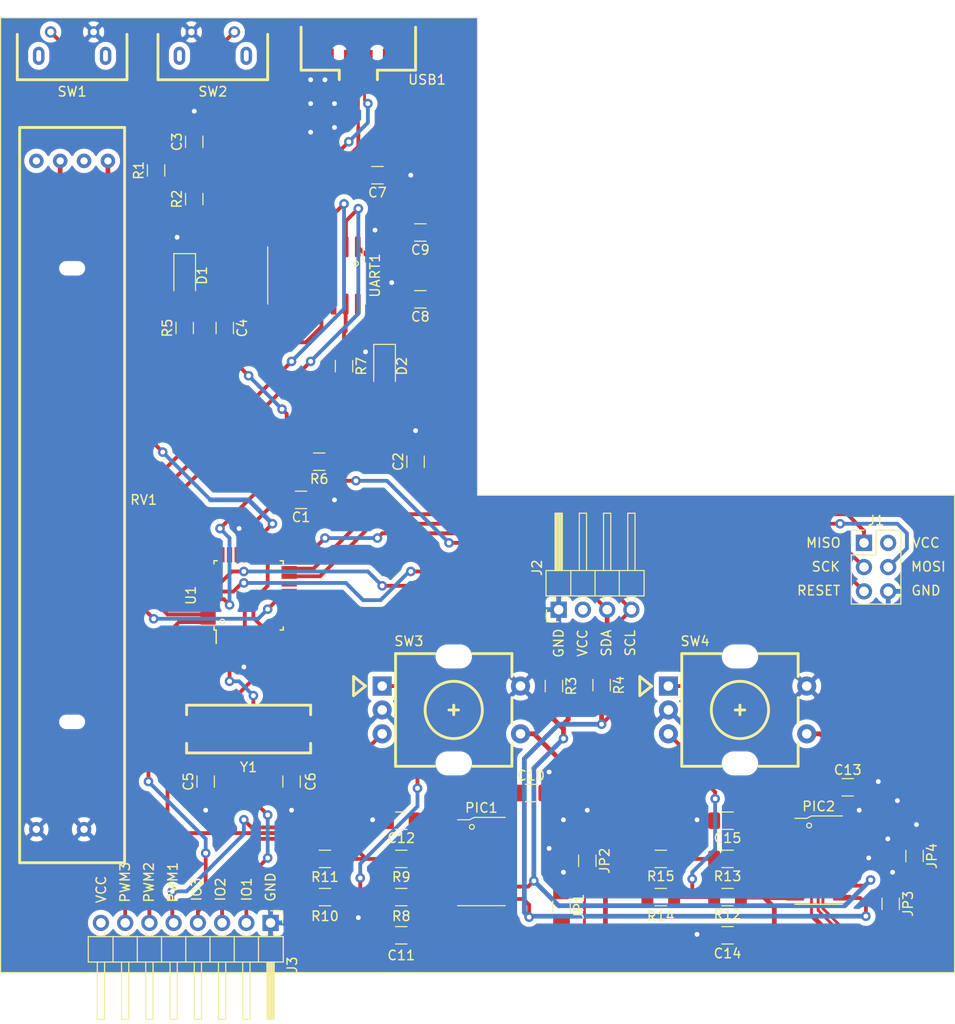
<source format=kicad_pcb>
(kicad_pcb (version 20171130) (host pcbnew "(5.1.2)-2")
  (layers (0 F.Cu signal) (31 B.Cu signal hide) (34 B.Paste user hide) (35 F.Paste user hide) (36 B.SilkS user hide) (37 F.SilkS user) (38 B.Mask user hide) (39 F.Mask user hide) (44 Edge.Cuts user hide))
  (net 0 "")
  (net 1 "Net-(C1-Pad2)")
  (net 2 GND)
  (net 3 +5V)
  (net 4 "Net-(C3-Pad1)")
  (net 5 /RESET)
  (net 6 DTR)
  (net 7 "Net-(C5-Pad2)")
  (net 8 "Net-(C6-Pad2)")
  (net 9 "Net-(C7-Pad2)")
  (net 10 "/I2C Encoder 1/RA")
  (net 11 "/I2C Encoder 1/RB")
  (net 12 "/I2C Encoder 2/RA")
  (net 13 "/I2C Encoder 2/RB")
  (net 14 "Net-(D1-Pad2)")
  (net 15 "Net-(D2-Pad2)")
  (net 16 /MOSI)
  (net 17 /SCK)
  (net 18 /MISO)
  (net 19 SCL)
  (net 20 SDA)
  (net 21 /PWM3)
  (net 22 /PWM2)
  (net 23 /PWM1)
  (net 24 /IO3)
  (net 25 /IO2)
  (net 26 /IO1)
  (net 27 "Net-(JP1-Pad2)")
  (net 28 "Net-(JP2-Pad2)")
  (net 29 "Net-(JP3-Pad2)")
  (net 30 "Net-(JP4-Pad2)")
  (net 31 "Net-(PIC1-Pad13)")
  (net 32 "Net-(PIC1-Pad12)")
  (net 33 "Net-(PIC1-Pad11)")
  (net 34 "Net-(PIC1-Pad10)")
  (net 35 "/I2C Encoder 1/PB")
  (net 36 "Net-(PIC1-Pad2)")
  (net 37 "Net-(PIC2-Pad13)")
  (net 38 "Net-(PIC2-Pad12)")
  (net 39 "Net-(PIC2-Pad11)")
  (net 40 "Net-(PIC2-Pad10)")
  (net 41 "/I2C Encoder 2/PB")
  (net 42 "Net-(PIC2-Pad2)")
  (net 43 "Net-(R1-Pad2)")
  (net 44 /CAL)
  (net 45 "Net-(R7-Pad1)")
  (net 46 "Net-(R10-Pad2)")
  (net 47 "Net-(R11-Pad1)")
  (net 48 "Net-(R12-Pad2)")
  (net 49 "Net-(R13-Pad2)")
  (net 50 /ADC1)
  (net 51 RX)
  (net 52 TX)
  (net 53 "Net-(U1-Pad26)")
  (net 54 "Net-(U1-Pad25)")
  (net 55 "Net-(U1-Pad24)")
  (net 56 "Net-(U1-Pad23)")
  (net 57 "Net-(U1-Pad22)")
  (net 58 "Net-(U1-Pad14)")
  (net 59 "Net-(U1-Pad13)")
  (net 60 "Net-(UART1-Pad14)")
  (net 61 "Net-(UART1-Pad12)")
  (net 62 "Net-(UART1-Pad11)")
  (net 63 "Net-(UART1-Pad10)")
  (net 64 "Net-(UART1-Pad9)")
  (net 65 "Net-(UART1-Pad8)")
  (net 66 "Net-(UART1-Pad7)")
  (net 67 DATA-)
  (net 68 DATA+)
  (net 69 "Net-(USB1-Pad4)")
  (module Part_footprints:C_1206_3216Metric (layer F.Cu) (at 119.7 86.2 90)
    (fp_text reference C2 (at 0 -1.82 90) (layer F.SilkS))
    (fp_text value 0.1uF)
    (pad 2 smd roundrect (at 1.4 0 90) (size 1.25 1.75) (layers F.Cu F.Paste F.Mask) (roundrect_rratio 0.2) (net 2 GND))
    (pad 1 smd roundrect (at -1.4 0 90) (size 1.25 1.75) (layers F.Cu F.Paste F.Mask) (roundrect_rratio 0.2) (net 3 +5V))
  )
  (module Part_footprints:TQFP-32_7x7mm_P0.8mm (layer F.Cu) (at 102.2 100.2 90)
    (fp_text reference U1 (at 0 -6.05 90) (layer F.SilkS))
    (fp_text value ATmega168PA-AU)
    (pad 32 smd rect (at -2.8 -4.25 180) (size 1.6 0.55) (layers F.Cu F.Paste F.Mask) (net 24 /IO3))
    (pad 31 smd rect (at -2 -4.25 180) (size 1.6 0.55) (layers F.Cu F.Paste F.Mask) (net 51 RX))
    (pad 30 smd rect (at -1.2 -4.25 180) (size 1.6 0.55) (layers F.Cu F.Paste F.Mask) (net 52 TX))
    (pad 29 smd rect (at -0.4 -4.25 180) (size 1.6 0.55) (layers F.Cu F.Paste F.Mask) (net 5 /RESET))
    (pad 28 smd rect (at 0.4 -4.25 180) (size 1.6 0.55) (layers F.Cu F.Paste F.Mask) (net 19 SCL))
    (pad 27 smd rect (at 1.2 -4.25 180) (size 1.6 0.55) (layers F.Cu F.Paste F.Mask) (net 20 SDA))
    (pad 26 smd rect (at 2 -4.25 180) (size 1.6 0.55) (layers F.Cu F.Paste F.Mask) (net 53 "Net-(U1-Pad26)"))
    (pad 25 smd rect (at 2.8 -4.25 180) (size 1.6 0.55) (layers F.Cu F.Paste F.Mask) (net 54 "Net-(U1-Pad25)"))
    (pad 24 smd rect (at 4.25 -2.8 90) (size 1.6 0.55) (layers F.Cu F.Paste F.Mask) (net 55 "Net-(U1-Pad24)"))
    (pad 23 smd rect (at 4.25 -2 90) (size 1.6 0.55) (layers F.Cu F.Paste F.Mask) (net 56 "Net-(U1-Pad23)"))
    (pad 22 smd rect (at 4.25 -1.2 90) (size 1.6 0.55) (layers F.Cu F.Paste F.Mask) (net 57 "Net-(U1-Pad22)"))
    (pad 21 smd rect (at 4.25 -0.4 90) (size 1.6 0.55) (layers F.Cu F.Paste F.Mask) (net 2 GND))
    (pad 20 smd rect (at 4.25 0.4 90) (size 1.6 0.55) (layers F.Cu F.Paste F.Mask) (net 1 "Net-(C1-Pad2)"))
    (pad 19 smd rect (at 4.25 1.2 90) (size 1.6 0.55) (layers F.Cu F.Paste F.Mask) (net 50 /ADC1))
    (pad 18 smd rect (at 4.25 2 90) (size 1.6 0.55) (layers F.Cu F.Paste F.Mask) (net 3 +5V))
    (pad 17 smd rect (at 4.25 2.8 90) (size 1.6 0.55) (layers F.Cu F.Paste F.Mask) (net 17 /SCK))
    (pad 16 smd rect (at 2.8 4.25 180) (size 1.6 0.55) (layers F.Cu F.Paste F.Mask) (net 18 /MISO))
    (pad 15 smd rect (at 2 4.25 180) (size 1.6 0.55) (layers F.Cu F.Paste F.Mask) (net 16 /MOSI))
    (pad 14 smd rect (at 1.2 4.25 180) (size 1.6 0.55) (layers F.Cu F.Paste F.Mask) (net 58 "Net-(U1-Pad14)"))
    (pad 13 smd rect (at 0.4 4.25 180) (size 1.6 0.55) (layers F.Cu F.Paste F.Mask) (net 59 "Net-(U1-Pad13)"))
    (pad 12 smd rect (at -0.4 4.25 180) (size 1.6 0.55) (layers F.Cu F.Paste F.Mask) (net 44 /CAL))
    (pad 11 smd rect (at -1.2 4.25 180) (size 1.6 0.55) (layers F.Cu F.Paste F.Mask) (net 25 /IO2))
    (pad 10 smd rect (at -2 4.25 180) (size 1.6 0.55) (layers F.Cu F.Paste F.Mask) (net 22 /PWM2))
    (pad 9 smd rect (at -2.8 4.25 180) (size 1.6 0.55) (layers F.Cu F.Paste F.Mask) (net 23 /PWM1))
    (pad 8 smd rect (at -4.25 2.8 90) (size 1.6 0.55) (layers F.Cu F.Paste F.Mask) (net 8 "Net-(C6-Pad2)"))
    (pad 7 smd rect (at -4.25 2 90) (size 1.6 0.55) (layers F.Cu F.Paste F.Mask) (net 7 "Net-(C5-Pad2)"))
    (pad 6 smd rect (at -4.25 1.2 90) (size 1.6 0.55) (layers F.Cu F.Paste F.Mask) (net 3 +5V))
    (pad 5 smd rect (at -4.25 0.4 90) (size 1.6 0.55) (layers F.Cu F.Paste F.Mask) (net 2 GND))
    (pad 4 smd rect (at -4.25 -0.4 90) (size 1.6 0.55) (layers F.Cu F.Paste F.Mask) (net 3 +5V))
    (pad 3 smd rect (at -4.25 -1.2 90) (size 1.6 0.55) (layers F.Cu F.Paste F.Mask) (net 2 GND))
    (pad 2 smd rect (at -4.25 -2 90) (size 1.6 0.55) (layers F.Cu F.Paste F.Mask) (net 26 /IO1))
    (pad 1 smd rect (at -4.25 -2.8 90) (size 1.6 0.55) (layers F.Cu F.Paste F.Mask) (net 21 /PWM3))
  )
  (module Part_footprints:Slide_potentiometer_Behringer (layer F.Cu) (at 83.7 89.7)
    (fp_text reference RV1 (at 7.5 0.5) (layer F.SilkS))
    (fp_text value "10k SLIDE")
    (pad "" np_thru_hole oval (at 0 23.75) (size 1.7 0.5) (drill oval 1.7 0.5) (layers *.Cu *.Mask))
    (pad 3 thru_hole circle (at 1.25 35 180) (size 1.524 1.524) (drill 0.762) (layers *.Cu *.Mask) (net 2 GND))
    (pad 3 thru_hole circle (at -3.75 35 180) (size 1.524 1.524) (drill 0.762) (layers *.Cu *.Mask) (net 2 GND))
    (pad "" np_thru_hole oval (at 0 -23.75) (size 1.7 0.5) (drill oval 1.7 0.5) (layers *.Cu *.Mask))
    (pad 1 thru_hole circle (at -3.75 -35) (size 1.524 1.524) (drill 0.762) (layers *.Cu *.Mask) (net 3 +5V))
    (pad 2 thru_hole circle (at -1.25 -35) (size 1.524 1.524) (drill 0.762) (layers *.Cu *.Mask) (net 50 /ADC1))
    (pad 1 thru_hole circle (at 1.25 -35) (size 1.524 1.524) (drill 0.762) (layers *.Cu *.Mask) (net 3 +5V))
    (pad 2 thru_hole circle (at 3.75 -35) (size 1.524 1.524) (drill 0.762) (layers *.Cu *.Mask) (net 50 /ADC1))
  )
  (module Part_footprints:C_1206_3216Metric (layer F.Cu) (at 107.7 90.2 180)
    (fp_text reference C1 (at 0 -1.82) (layer F.SilkS))
    (fp_text value 0.1uF)
    (pad 2 smd roundrect (at 1.4 0 180) (size 1.25 1.75) (layers F.Cu F.Paste F.Mask) (roundrect_rratio 0.2) (net 1 "Net-(C1-Pad2)"))
    (pad 1 smd roundrect (at -1.4 0 180) (size 1.25 1.75) (layers F.Cu F.Paste F.Mask) (roundrect_rratio 0.2) (net 2 GND))
  )
  (module Part_footprints:C_1206_3216Metric (layer F.Cu) (at 115.7 56.2 180)
    (fp_text reference C7 (at 0 -1.82) (layer F.SilkS))
    (fp_text value 0.1uF)
    (pad 2 smd roundrect (at 1.4 0 180) (size 1.25 1.75) (layers F.Cu F.Paste F.Mask) (roundrect_rratio 0.2) (net 9 "Net-(C7-Pad2)"))
    (pad 1 smd roundrect (at -1.4 0 180) (size 1.25 1.75) (layers F.Cu F.Paste F.Mask) (roundrect_rratio 0.2) (net 2 GND))
  )
  (module Part_footprints:HC49S_SMD_Crystal (layer F.Cu) (at 102.2 114.2 180)
    (fp_text reference Y1 (at 0 -4) (layer F.SilkS))
    (fp_text value 16MHz)
    (pad 2 smd roundrect (at -4.75 0 180) (size 5.5 2) (layers F.Cu F.Paste F.Mask) (net 8 "Net-(C6-Pad2)"))
    (pad 1 smd roundrect (at 4.75 0 180) (size 5.5 2) (layers F.Cu F.Paste F.Mask) (net 7 "Net-(C5-Pad2)"))
  )
  (module Part_footprints:Micro_B_SMD_G19 (layer F.Cu) (at 113.7 41.2 180)
    (fp_text reference USB1 (at -7.2 -5) (layer F.SilkS))
    (fp_text value USB_Micro_B)
    (pad 5 smd rect (at 1.3 -2.675 180) (size 0.4 1.6) (layers F.Cu F.Paste F.Mask) (net 2 GND))
    (pad 4 smd rect (at 0.65 -2.675 180) (size 0.4 1.6) (layers F.Cu F.Paste F.Mask) (net 69 "Net-(USB1-Pad4)"))
    (pad 3 smd rect (at 0 -2.675 180) (size 0.4 1.6) (layers F.Cu F.Paste F.Mask) (net 68 DATA+))
    (pad 2 smd rect (at -0.65 -2.675 180) (size 0.4 1.6) (layers F.Cu F.Paste F.Mask) (net 67 DATA-))
    (pad 1 smd rect (at -1.3 -2.675 180) (size 0.4 1.6) (layers F.Cu F.Paste F.Mask) (net 3 +5V))
    (pad "" np_thru_hole circle (at -2 -2.15 180) (size 0.6 0.6) (drill 0.6) (layers *.Cu *.Mask))
    (pad "" np_thru_hole circle (at 2 -2.15 180) (size 0.6 0.6) (drill 0.6) (layers *.Cu *.Mask))
    (pad "" smd rect (at 3.2 -2.25 180) (size 1.25 1) (layers F.Cu F.Paste F.Mask))
    (pad "" smd rect (at -3.2 -2.25 180) (size 1.25 1) (layers F.Cu F.Paste F.Mask))
    (pad "" smd rect (at 4.15 0 180) (size 1.9 1.9) (layers F.Cu F.Paste F.Mask))
    (pad "" smd rect (at -4.15 0 180) (size 1.9 1.9) (layers F.Cu F.Paste F.Mask))
    (pad "" smd rect (at -1.15 0 180) (size 1.9 1.9) (layers F.Cu F.Paste F.Mask))
    (pad "" smd rect (at 1.15 0 180) (size 1.9 1.9) (layers F.Cu F.Paste F.Mask))
  )
  (module Part_footprints:SOP-16_150MIL (layer F.Cu) (at 109.2 66.7 270)
    (fp_text reference UART1 (at 0 -6.25 90) (layer F.SilkS))
    (fp_text value CH340B)
    (pad 16 smd roundrect (at 3 -4.445 270) (size 2.2 0.6) (layers F.Cu F.Paste F.Mask) (net 3 +5V))
    (pad 15 smd roundrect (at 3 -3.175 270) (size 2.2 0.6) (layers F.Cu F.Paste F.Mask) (net 45 "Net-(R7-Pad1)"))
    (pad 14 smd roundrect (at 3 -1.905 270) (size 2.2 0.6) (layers F.Cu F.Paste F.Mask) (net 60 "Net-(UART1-Pad14)"))
    (pad 13 smd roundrect (at 3 -0.635 270) (size 2.2 0.6) (layers F.Cu F.Paste F.Mask) (net 6 DTR))
    (pad 12 smd roundrect (at 3 0.635 270) (size 2.2 0.6) (layers F.Cu F.Paste F.Mask) (net 61 "Net-(UART1-Pad12)"))
    (pad 11 smd roundrect (at 3 1.905 270) (size 2.2 0.6) (layers F.Cu F.Paste F.Mask) (net 62 "Net-(UART1-Pad11)"))
    (pad 10 smd roundrect (at 3 3.175 270) (size 2.2 0.6) (layers F.Cu F.Paste F.Mask) (net 63 "Net-(UART1-Pad10)"))
    (pad 9 smd roundrect (at 3 4.445 270) (size 2.2 0.6) (layers F.Cu F.Paste F.Mask) (net 64 "Net-(UART1-Pad9)"))
    (pad 8 smd roundrect (at -3 4.445 270) (size 2.2 0.6) (layers F.Cu F.Paste F.Mask) (net 65 "Net-(UART1-Pad8)"))
    (pad 7 smd roundrect (at -3 3.175 270) (size 2.2 0.6) (layers F.Cu F.Paste F.Mask) (net 66 "Net-(UART1-Pad7)"))
    (pad 6 smd roundrect (at -3 1.905 270) (size 2.2 0.6) (layers F.Cu F.Paste F.Mask) (net 67 DATA-))
    (pad 5 smd roundrect (at -3 0.635 270) (size 2.2 0.6) (layers F.Cu F.Paste F.Mask) (net 68 DATA+))
    (pad 4 smd roundrect (at -3 -0.635 270) (size 2.2 0.6) (layers F.Cu F.Paste F.Mask) (net 9 "Net-(C7-Pad2)"))
    (pad 3 smd roundrect (at -3 -1.905 270) (size 2.2 0.6) (layers F.Cu F.Paste F.Mask) (net 51 RX))
    (pad 2 smd roundrect (at -3 -3.175 270) (size 2.2 0.6) (layers F.Cu F.Paste F.Mask) (net 52 TX))
    (pad 1 smd roundrect (at -3 -4.445 270) (size 2.2 0.6) (layers F.Cu F.Paste F.Mask) (net 2 GND))
  )
  (module Part_footprints:RotaryEncoder_Alps_EC11E-Switch_Vertical_H20mm (layer F.Cu) (at 146.2 109.7)
    (fp_text reference SW4 (at 2.8 -4.7) (layer F.SilkS))
    (fp_text value Encoder)
    (pad A thru_hole rect (at 0 0) (size 2 2) (drill 1) (layers *.Cu *.Mask) (net 48 "Net-(R12-Pad2)"))
    (pad C thru_hole circle (at 0 2.5) (size 2 2) (drill 1) (layers *.Cu *.Mask) (net 2 GND))
    (pad B thru_hole circle (at 0 5) (size 2 2) (drill 1) (layers *.Cu *.Mask) (net 49 "Net-(R13-Pad2)"))
    (pad "" np_thru_hole oval (at 7.5 -3.1) (size 2.8 1.5) (drill oval 2.8 1.5) (layers *.Cu *.Mask))
    (pad "" np_thru_hole oval (at 7.5 8.1) (size 2.8 1.5) (drill oval 2.8 1.5) (layers *.Cu *.Mask))
    (pad 1 thru_hole circle (at 14.5 0) (size 2 2) (drill 1) (layers *.Cu *.Mask) (net 2 GND))
    (pad 2 thru_hole circle (at 14.5 5) (size 2 2) (drill 1) (layers *.Cu *.Mask) (net 41 "/I2C Encoder 2/PB"))
  )
  (module Part_footprints:RotaryEncoder_Alps_EC11E-Switch_Vertical_H20mm (layer F.Cu) (at 116.2 109.7)
    (fp_text reference SW3 (at 2.8 -4.7) (layer F.SilkS))
    (fp_text value Encoder)
    (pad A thru_hole rect (at 0 0) (size 2 2) (drill 1) (layers *.Cu *.Mask) (net 46 "Net-(R10-Pad2)"))
    (pad C thru_hole circle (at 0 2.5) (size 2 2) (drill 1) (layers *.Cu *.Mask) (net 2 GND))
    (pad B thru_hole circle (at 0 5) (size 2 2) (drill 1) (layers *.Cu *.Mask) (net 47 "Net-(R11-Pad1)"))
    (pad "" np_thru_hole oval (at 7.5 -3.1) (size 2.8 1.5) (drill oval 2.8 1.5) (layers *.Cu *.Mask))
    (pad "" np_thru_hole oval (at 7.5 8.1) (size 2.8 1.5) (drill oval 2.8 1.5) (layers *.Cu *.Mask))
    (pad 1 thru_hole circle (at 14.5 0) (size 2 2) (drill 1) (layers *.Cu *.Mask) (net 2 GND))
    (pad 2 thru_hole circle (at 14.5 5) (size 2 2) (drill 1) (layers *.Cu *.Mask) (net 35 "/I2C Encoder 1/PB"))
  )
  (module Part_footprints:Right_angle_momentary_button (layer F.Cu) (at 98.45 43.7 180)
    (fp_text reference SW2 (at 0 -3.75) (layer F.SilkS))
    (fp_text value Reset)
    (pad 2 thru_hole circle (at 2.25 2.5 180) (size 1.2 1.2) (drill 0.7) (layers *.Cu *.Mask) (net 2 GND))
    (pad "" thru_hole oval (at -3.5 0 180) (size 1.2 1.9) (drill oval 0.5 1.2) (layers *.Cu *.Mask))
    (pad 1 thru_hole circle (at -2.25 2.5 180) (size 1.2 1.2) (drill 0.7) (layers *.Cu *.Mask) (net 5 /RESET))
    (pad "" thru_hole oval (at 3.5 0 180) (size 1.2 1.9) (drill oval 0.5 1.2) (layers *.Cu *.Mask))
  )
  (module Part_footprints:Right_angle_momentary_button (layer F.Cu) (at 83.7 43.7 180)
    (fp_text reference SW1 (at 0 -3.75) (layer F.SilkS))
    (fp_text value Calibration)
    (pad 2 thru_hole circle (at 2.25 2.5 180) (size 1.2 1.2) (drill 0.7) (layers *.Cu *.Mask) (net 43 "Net-(R1-Pad2)"))
    (pad "" thru_hole oval (at -3.5 0 180) (size 1.2 1.9) (drill oval 0.5 1.2) (layers *.Cu *.Mask))
    (pad 1 thru_hole circle (at -2.25 2.5 180) (size 1.2 1.2) (drill 0.7) (layers *.Cu *.Mask) (net 2 GND))
    (pad "" thru_hole oval (at 3.5 0 180) (size 1.2 1.9) (drill oval 0.5 1.2) (layers *.Cu *.Mask))
  )
  (module Part_footprints:R_1206_3216Metric (layer F.Cu) (at 145.4 127.8 180)
    (fp_text reference R15 (at 0 -1.82) (layer F.SilkS))
    (fp_text value 10k)
    (pad 2 smd roundrect (at 1.4 0 180) (size 1.25 1.75) (layers F.Cu F.Paste F.Mask) (roundrect_rratio 0.2) (net 3 +5V))
    (pad 1 smd roundrect (at -1.4 0 180) (size 1.25 1.75) (layers F.Cu F.Paste F.Mask) (roundrect_rratio 0.2) (net 49 "Net-(R13-Pad2)"))
  )
  (module Part_footprints:R_1206_3216Metric (layer F.Cu) (at 145.4 131.8)
    (fp_text reference R14 (at 0 2) (layer F.SilkS))
    (fp_text value 10k)
    (pad 2 smd roundrect (at 1.4 0) (size 1.25 1.75) (layers F.Cu F.Paste F.Mask) (roundrect_rratio 0.2) (net 48 "Net-(R12-Pad2)"))
    (pad 1 smd roundrect (at -1.4 0) (size 1.25 1.75) (layers F.Cu F.Paste F.Mask) (roundrect_rratio 0.2) (net 3 +5V))
  )
  (module Part_footprints:R_1206_3216Metric (layer F.Cu) (at 152.4 127.8 180)
    (fp_text reference R13 (at 0 -1.82) (layer F.SilkS))
    (fp_text value 10k)
    (pad 2 smd roundrect (at 1.4 0 180) (size 1.25 1.75) (layers F.Cu F.Paste F.Mask) (roundrect_rratio 0.2) (net 49 "Net-(R13-Pad2)"))
    (pad 1 smd roundrect (at -1.4 0 180) (size 1.25 1.75) (layers F.Cu F.Paste F.Mask) (roundrect_rratio 0.2) (net 13 "/I2C Encoder 2/RB"))
  )
  (module Part_footprints:R_1206_3216Metric (layer F.Cu) (at 152.4 131.8 180)
    (fp_text reference R12 (at 0 -1.82) (layer F.SilkS))
    (fp_text value 10k)
    (pad 2 smd roundrect (at 1.4 0 180) (size 1.25 1.75) (layers F.Cu F.Paste F.Mask) (roundrect_rratio 0.2) (net 48 "Net-(R12-Pad2)"))
    (pad 1 smd roundrect (at -1.4 0 180) (size 1.25 1.75) (layers F.Cu F.Paste F.Mask) (roundrect_rratio 0.2) (net 12 "/I2C Encoder 2/RA"))
  )
  (module Part_footprints:R_1206_3216Metric (layer F.Cu) (at 110.2 127.8 180)
    (fp_text reference R11 (at 0 -1.9) (layer F.SilkS))
    (fp_text value 10k)
    (pad 2 smd roundrect (at 1.4 0 180) (size 1.25 1.75) (layers F.Cu F.Paste F.Mask) (roundrect_rratio 0.2) (net 3 +5V))
    (pad 1 smd roundrect (at -1.4 0 180) (size 1.25 1.75) (layers F.Cu F.Paste F.Mask) (roundrect_rratio 0.2) (net 47 "Net-(R11-Pad1)"))
  )
  (module Part_footprints:R_1206_3216Metric (layer F.Cu) (at 110.2 131.8)
    (fp_text reference R10 (at 0 2) (layer F.SilkS))
    (fp_text value 10k)
    (pad 2 smd roundrect (at 1.4 0) (size 1.25 1.75) (layers F.Cu F.Paste F.Mask) (roundrect_rratio 0.2) (net 46 "Net-(R10-Pad2)"))
    (pad 1 smd roundrect (at -1.4 0) (size 1.25 1.75) (layers F.Cu F.Paste F.Mask) (roundrect_rratio 0.2) (net 3 +5V))
  )
  (module Part_footprints:R_1206_3216Metric (layer F.Cu) (at 118.2 127.8 180)
    (fp_text reference R9 (at 0 -1.9) (layer F.SilkS))
    (fp_text value 10k)
    (pad 2 smd roundrect (at 1.4 0 180) (size 1.25 1.75) (layers F.Cu F.Paste F.Mask) (roundrect_rratio 0.2) (net 47 "Net-(R11-Pad1)"))
    (pad 1 smd roundrect (at -1.4 0 180) (size 1.25 1.75) (layers F.Cu F.Paste F.Mask) (roundrect_rratio 0.2) (net 11 "/I2C Encoder 1/RB"))
  )
  (module Part_footprints:R_1206_3216Metric (layer F.Cu) (at 118.2 131.8 180)
    (fp_text reference R8 (at 0 -2) (layer F.SilkS))
    (fp_text value 10k)
    (pad 2 smd roundrect (at 1.4 0 180) (size 1.25 1.75) (layers F.Cu F.Paste F.Mask) (roundrect_rratio 0.2) (net 46 "Net-(R10-Pad2)"))
    (pad 1 smd roundrect (at -1.4 0 180) (size 1.25 1.75) (layers F.Cu F.Paste F.Mask) (roundrect_rratio 0.2) (net 10 "/I2C Encoder 1/RA"))
  )
  (module Part_footprints:R_1206_3216Metric (layer F.Cu) (at 112.2 76.2 270)
    (fp_text reference R7 (at 0 -1.82 90) (layer F.SilkS))
    (fp_text value 330)
    (pad 2 smd roundrect (at 1.4 0 270) (size 1.25 1.75) (layers F.Cu F.Paste F.Mask) (roundrect_rratio 0.2) (net 15 "Net-(D2-Pad2)"))
    (pad 1 smd roundrect (at -1.4 0 270) (size 1.25 1.75) (layers F.Cu F.Paste F.Mask) (roundrect_rratio 0.2) (net 45 "Net-(R7-Pad1)"))
  )
  (module Part_footprints:R_1206_3216Metric (layer F.Cu) (at 109.6 86.2 180)
    (fp_text reference R6 (at 0 -1.82) (layer F.SilkS))
    (fp_text value 10k)
    (pad 2 smd roundrect (at 1.4 0 180) (size 1.25 1.75) (layers F.Cu F.Paste F.Mask) (roundrect_rratio 0.2) (net 5 /RESET))
    (pad 1 smd roundrect (at -1.4 0 180) (size 1.25 1.75) (layers F.Cu F.Paste F.Mask) (roundrect_rratio 0.2) (net 3 +5V))
  )
  (module Part_footprints:R_1206_3216Metric (layer F.Cu) (at 95.5 72.2 90)
    (fp_text reference R5 (at 0 -1.82 90) (layer F.SilkS))
    (fp_text value 330)
    (pad 2 smd roundrect (at 1.4 0 90) (size 1.25 1.75) (layers F.Cu F.Paste F.Mask) (roundrect_rratio 0.2) (net 14 "Net-(D1-Pad2)"))
    (pad 1 smd roundrect (at -1.4 0 90) (size 1.25 1.75) (layers F.Cu F.Paste F.Mask) (roundrect_rratio 0.2) (net 3 +5V))
  )
  (module Part_footprints:R_1206_3216Metric (layer F.Cu) (at 139.2 109.6 270)
    (fp_text reference R4 (at 0 -1.82 90) (layer F.SilkS))
    (fp_text value 47k)
    (pad 2 smd roundrect (at 1.4 0 270) (size 1.25 1.75) (layers F.Cu F.Paste F.Mask) (roundrect_rratio 0.2) (net 19 SCL))
    (pad 1 smd roundrect (at -1.4 0 270) (size 1.25 1.75) (layers F.Cu F.Paste F.Mask) (roundrect_rratio 0.2) (net 3 +5V))
  )
  (module Part_footprints:R_1206_3216Metric (layer F.Cu) (at 134.2 109.7 270)
    (fp_text reference R3 (at 0 -1.82 90) (layer F.SilkS))
    (fp_text value 47k)
    (pad 2 smd roundrect (at 1.4 0 270) (size 1.25 1.75) (layers F.Cu F.Paste F.Mask) (roundrect_rratio 0.2) (net 20 SDA))
    (pad 1 smd roundrect (at -1.4 0 270) (size 1.25 1.75) (layers F.Cu F.Paste F.Mask) (roundrect_rratio 0.2) (net 3 +5V))
  )
  (module Part_footprints:R_1206_3216Metric (layer F.Cu) (at 96.5 58.7 90)
    (fp_text reference R2 (at 0 -1.82 90) (layer F.SilkS))
    (fp_text value 10k)
    (pad 2 smd roundrect (at 1.4 0 90) (size 1.25 1.75) (layers F.Cu F.Paste F.Mask) (roundrect_rratio 0.2) (net 4 "Net-(C3-Pad1)"))
    (pad 1 smd roundrect (at -1.4 0 90) (size 1.25 1.75) (layers F.Cu F.Paste F.Mask) (roundrect_rratio 0.2) (net 3 +5V))
  )
  (module Part_footprints:R_1206_3216Metric (layer F.Cu) (at 92.5 55.7 90)
    (fp_text reference R1 (at 0 -1.82 90) (layer F.SilkS))
    (fp_text value 1k)
    (pad 2 smd roundrect (at 1.4 0 90) (size 1.25 1.75) (layers F.Cu F.Paste F.Mask) (roundrect_rratio 0.2) (net 43 "Net-(R1-Pad2)"))
    (pad 1 smd roundrect (at -1.4 0 90) (size 1.25 1.75) (layers F.Cu F.Paste F.Mask) (roundrect_rratio 0.2) (net 44 /CAL))
  )
  (module Part_footprints:SOIC-14_3.9x8.7mm_P1.27mm (layer F.Cu) (at 161.95 128.05)
    (fp_text reference PIC2 (at 0 -5.75) (layer F.SilkS))
    (fp_text value PIC16F15323_I_SL)
    (pad 14 smd roundrect (at 2.475 -3.81) (size 1.95 0.6) (layers F.Cu F.Paste F.Mask) (net 2 GND))
    (pad 13 smd roundrect (at 2.475 -2.54) (size 1.95 0.6) (layers F.Cu F.Paste F.Mask) (net 37 "Net-(PIC2-Pad13)"))
    (pad 12 smd roundrect (at 2.475 -1.27) (size 1.95 0.6) (layers F.Cu F.Paste F.Mask) (net 38 "Net-(PIC2-Pad12)"))
    (pad 11 smd roundrect (at 2.475 0) (size 1.95 0.6) (layers F.Cu F.Paste F.Mask) (net 39 "Net-(PIC2-Pad11)"))
    (pad 10 smd roundrect (at 2.475 1.27) (size 1.95 0.6) (layers F.Cu F.Paste F.Mask) (net 40 "Net-(PIC2-Pad10)"))
    (pad 9 smd roundrect (at 2.475 2.54) (size 1.95 0.6) (layers F.Cu F.Paste F.Mask) (net 20 SDA))
    (pad 8 smd roundrect (at 2.475 3.81) (size 1.95 0.6) (layers F.Cu F.Paste F.Mask) (net 19 SCL))
    (pad 7 smd roundrect (at -2.475 3.81) (size 1.95 0.6) (layers F.Cu F.Paste F.Mask) (net 12 "/I2C Encoder 2/RA"))
    (pad 6 smd roundrect (at -2.475 2.54) (size 1.95 0.6) (layers F.Cu F.Paste F.Mask) (net 13 "/I2C Encoder 2/RB"))
    (pad 5 smd roundrect (at -2.475 1.27) (size 1.95 0.6) (layers F.Cu F.Paste F.Mask) (net 41 "/I2C Encoder 2/PB"))
    (pad 4 smd roundrect (at -2.475 0) (size 1.95 0.6) (layers F.Cu F.Paste F.Mask) (net 30 "Net-(JP4-Pad2)"))
    (pad 3 smd roundrect (at -2.475 -1.27) (size 1.95 0.6) (layers F.Cu F.Paste F.Mask) (net 29 "Net-(JP3-Pad2)"))
    (pad 2 smd roundrect (at -2.475 -2.54) (size 1.95 0.6) (layers F.Cu F.Paste F.Mask) (net 42 "Net-(PIC2-Pad2)"))
    (pad 1 smd roundrect (at -2.475 -3.81) (size 1.95 0.6) (layers F.Cu F.Paste F.Mask) (net 3 +5V))
  )
  (module Part_footprints:SOIC-14_3.9x8.7mm_P1.27mm (layer F.Cu) (at 126.6 128.2)
    (fp_text reference PIC1 (at 0 -5.75) (layer F.SilkS))
    (fp_text value PIC16F15323_I_SL)
    (pad 14 smd roundrect (at 2.475 -3.81) (size 1.95 0.6) (layers F.Cu F.Paste F.Mask) (net 2 GND))
    (pad 13 smd roundrect (at 2.475 -2.54) (size 1.95 0.6) (layers F.Cu F.Paste F.Mask) (net 31 "Net-(PIC1-Pad13)"))
    (pad 12 smd roundrect (at 2.475 -1.27) (size 1.95 0.6) (layers F.Cu F.Paste F.Mask) (net 32 "Net-(PIC1-Pad12)"))
    (pad 11 smd roundrect (at 2.475 0) (size 1.95 0.6) (layers F.Cu F.Paste F.Mask) (net 33 "Net-(PIC1-Pad11)"))
    (pad 10 smd roundrect (at 2.475 1.27) (size 1.95 0.6) (layers F.Cu F.Paste F.Mask) (net 34 "Net-(PIC1-Pad10)"))
    (pad 9 smd roundrect (at 2.475 2.54) (size 1.95 0.6) (layers F.Cu F.Paste F.Mask) (net 20 SDA))
    (pad 8 smd roundrect (at 2.475 3.81) (size 1.95 0.6) (layers F.Cu F.Paste F.Mask) (net 19 SCL))
    (pad 7 smd roundrect (at -2.475 3.81) (size 1.95 0.6) (layers F.Cu F.Paste F.Mask) (net 10 "/I2C Encoder 1/RA"))
    (pad 6 smd roundrect (at -2.475 2.54) (size 1.95 0.6) (layers F.Cu F.Paste F.Mask) (net 11 "/I2C Encoder 1/RB"))
    (pad 5 smd roundrect (at -2.475 1.27) (size 1.95 0.6) (layers F.Cu F.Paste F.Mask) (net 35 "/I2C Encoder 1/PB"))
    (pad 4 smd roundrect (at -2.475 0) (size 1.95 0.6) (layers F.Cu F.Paste F.Mask) (net 28 "Net-(JP2-Pad2)"))
    (pad 3 smd roundrect (at -2.475 -1.27) (size 1.95 0.6) (layers F.Cu F.Paste F.Mask) (net 27 "Net-(JP1-Pad2)"))
    (pad 2 smd roundrect (at -2.475 -2.54) (size 1.95 0.6) (layers F.Cu F.Paste F.Mask) (net 36 "Net-(PIC1-Pad2)"))
    (pad 1 smd roundrect (at -2.475 -3.81) (size 1.95 0.6) (layers F.Cu F.Paste F.Mask) (net 3 +5V))
  )
  (module Part_footprints:R_1206_3216Metric (layer F.Cu) (at 172 127.5 270)
    (fp_text reference JP4 (at 0 -1.82 90) (layer F.SilkS))
    (fp_text value ADR3)
    (pad 2 smd roundrect (at 1.4 0 270) (size 1.25 1.75) (layers F.Cu F.Paste F.Mask) (roundrect_rratio 0.2) (net 30 "Net-(JP4-Pad2)"))
    (pad 1 smd roundrect (at -1.4 0 270) (size 1.25 1.75) (layers F.Cu F.Paste F.Mask) (roundrect_rratio 0.2) (net 2 GND))
  )
  (module Part_footprints:R_1206_3216Metric (layer F.Cu) (at 169.5 132.5 270)
    (fp_text reference JP3 (at 0 -1.82 90) (layer F.SilkS))
    (fp_text value ADR2)
    (pad 2 smd roundrect (at 1.4 0 270) (size 1.25 1.75) (layers F.Cu F.Paste F.Mask) (roundrect_rratio 0.2) (net 29 "Net-(JP3-Pad2)"))
    (pad 1 smd roundrect (at -1.4 0 270) (size 1.25 1.75) (layers F.Cu F.Paste F.Mask) (roundrect_rratio 0.2) (net 2 GND))
  )
  (module Part_footprints:R_1206_3216Metric (layer F.Cu) (at 137.7 128 270)
    (fp_text reference JP2 (at 0 -1.82 90) (layer F.SilkS))
    (fp_text value ADR3)
    (pad 2 smd roundrect (at 1.4 0 270) (size 1.25 1.75) (layers F.Cu F.Paste F.Mask) (roundrect_rratio 0.2) (net 28 "Net-(JP2-Pad2)"))
    (pad 1 smd roundrect (at -1.4 0 270) (size 1.25 1.75) (layers F.Cu F.Paste F.Mask) (roundrect_rratio 0.2) (net 2 GND))
  )
  (module Part_footprints:R_1206_3216Metric (layer F.Cu) (at 135 132.8 270)
    (fp_text reference JP1 (at 0 -1.82 90) (layer F.SilkS))
    (fp_text value ADR2)
    (pad 2 smd roundrect (at 1.4 0 270) (size 1.25 1.75) (layers F.Cu F.Paste F.Mask) (roundrect_rratio 0.2) (net 27 "Net-(JP1-Pad2)"))
    (pad 1 smd roundrect (at -1.4 0 270) (size 1.25 1.75) (layers F.Cu F.Paste F.Mask) (roundrect_rratio 0.2) (net 2 GND))
  )
  (module Part_footprints:PinHeader_1x08_P2.54mm_Horizontal (layer F.Cu) (at 104.5 134.5 270)
    (fp_text reference J3 (at 4.385 -2.27 90) (layer F.SilkS))
    (fp_text value Breakout)
    (fp_text user VCC (at -3.5 17.75 90) (layer F.SilkS))
    (fp_text user PWM3 (at -4.25 15.25 90) (layer F.SilkS))
    (fp_text user PWM2 (at -4.25 12.75 90) (layer F.SilkS))
    (fp_text user PWM1 (at -4.25 10.25 90) (layer F.SilkS))
    (fp_text user IO3 (at -3.5 7.75 90) (layer F.SilkS))
    (fp_text user IO2 (at -3.5 5.25 90) (layer F.SilkS))
    (fp_text user IO1 (at -3.5 2.5 90) (layer F.SilkS))
    (fp_text user GND (at -3.75 0 90) (layer F.SilkS))
    (pad 8 thru_hole oval (at 0 17.78 270) (size 1.7 1.7) (drill 1) (layers *.Cu *.Mask) (net 3 +5V))
    (pad 7 thru_hole oval (at 0 15.24 270) (size 1.7 1.7) (drill 1) (layers *.Cu *.Mask) (net 21 /PWM3))
    (pad 6 thru_hole oval (at 0 12.7 270) (size 1.7 1.7) (drill 1) (layers *.Cu *.Mask) (net 22 /PWM2))
    (pad 5 thru_hole oval (at 0 10.16 270) (size 1.7 1.7) (drill 1) (layers *.Cu *.Mask) (net 23 /PWM1))
    (pad 4 thru_hole oval (at 0 7.62 270) (size 1.7 1.7) (drill 1) (layers *.Cu *.Mask) (net 24 /IO3))
    (pad 3 thru_hole oval (at 0 5.08 270) (size 1.7 1.7) (drill 1) (layers *.Cu *.Mask) (net 25 /IO2))
    (pad 2 thru_hole oval (at 0 2.54 270) (size 1.7 1.7) (drill 1) (layers *.Cu *.Mask) (net 26 /IO1))
    (pad 1 thru_hole rect (at 0 0 270) (size 1.7 1.7) (drill 1) (layers *.Cu *.Mask) (net 2 GND))
  )
  (module Part_footprints:PinHeader_1x04_P2.54mm_Horizontal (layer F.Cu) (at 134.7 101.7 90)
    (fp_text reference J2 (at 4.385 -2.27 90) (layer F.SilkS))
    (fp_text value "LCD Header")
    (fp_text user SCL (at -3.5 7.5 90) (layer F.SilkS))
    (fp_text user SDA (at -3.5 5 90) (layer F.SilkS))
    (fp_text user VCC (at -3.5 2.5 90) (layer F.SilkS))
    (fp_text user GND (at -3.5 0 90) (layer F.SilkS))
    (pad 4 thru_hole oval (at 0 7.62 90) (size 1.7 1.7) (drill 1) (layers *.Cu *.Mask) (net 19 SCL))
    (pad 3 thru_hole oval (at 0 5.08 90) (size 1.7 1.7) (drill 1) (layers *.Cu *.Mask) (net 20 SDA))
    (pad 2 thru_hole oval (at 0 2.54 90) (size 1.7 1.7) (drill 1) (layers *.Cu *.Mask) (net 3 +5V))
    (pad 1 thru_hole rect (at 0 0 90) (size 1.7 1.7) (drill 1) (layers *.Cu *.Mask) (net 2 GND))
  )
  (module Part_footprints:PinHeader_2x03_P2.54mm_Vertical (layer F.Cu) (at 166.7 94.7)
    (fp_text reference J1 (at 1.27 -2.33) (layer F.SilkS))
    (fp_text value "ISP Header")
    (fp_text user GND (at 6.5 5) (layer F.SilkS))
    (fp_text user MOSI (at 6.75 2.5) (layer F.SilkS))
    (fp_text user VCC (at 6.5 0) (layer F.SilkS))
    (fp_text user RESET (at -4.75 5) (layer F.SilkS))
    (fp_text user SCK (at -4 2.5) (layer F.SilkS))
    (fp_text user MISO (at -4.25 0) (layer F.SilkS))
    (pad 6 thru_hole oval (at 2.54 5.08) (size 1.7 1.7) (drill 1) (layers *.Cu *.Mask) (net 2 GND))
    (pad 5 thru_hole oval (at 0 5.08) (size 1.7 1.7) (drill 1) (layers *.Cu *.Mask) (net 5 /RESET))
    (pad 4 thru_hole oval (at 2.54 2.54) (size 1.7 1.7) (drill 1) (layers *.Cu *.Mask) (net 16 /MOSI))
    (pad 3 thru_hole oval (at 0 2.54) (size 1.7 1.7) (drill 1) (layers *.Cu *.Mask) (net 17 /SCK))
    (pad 2 thru_hole oval (at 2.54 0) (size 1.7 1.7) (drill 1) (layers *.Cu *.Mask) (net 3 +5V))
    (pad 1 thru_hole rect (at 0 0) (size 1.7 1.7) (drill 1) (layers *.Cu *.Mask) (net 18 /MISO))
  )
  (module Part_footprints:LED_1206_3216Metric (layer F.Cu) (at 116.45 76.2 270)
    (fp_text reference D2 (at 0 -1.82 90) (layer F.SilkS))
    (fp_text value BLUE)
    (pad 2 smd roundrect (at 1.4 0 270) (size 1.25 1.75) (layers F.Cu F.Paste F.Mask) (roundrect_rratio 0.2) (net 15 "Net-(D2-Pad2)"))
    (pad 1 smd roundrect (at -1.4 0 270) (size 1.25 1.75) (layers F.Cu F.Paste F.Mask) (roundrect_rratio 0.2) (net 2 GND))
  )
  (module Part_footprints:LED_1206_3216Metric (layer F.Cu) (at 95.5 66.7 270)
    (fp_text reference D1 (at 0 -1.82 90) (layer F.SilkS))
    (fp_text value RED)
    (pad 2 smd roundrect (at 1.4 0 270) (size 1.25 1.75) (layers F.Cu F.Paste F.Mask) (roundrect_rratio 0.2) (net 14 "Net-(D1-Pad2)"))
    (pad 1 smd roundrect (at -1.4 0 270) (size 1.25 1.75) (layers F.Cu F.Paste F.Mask) (roundrect_rratio 0.2) (net 2 GND))
  )
  (module Part_footprints:C_1206_3216Metric (layer F.Cu) (at 152.4 123.8 180)
    (fp_text reference C15 (at 0 -1.82) (layer F.SilkS))
    (fp_text value 10nF)
    (pad 2 smd roundrect (at 1.4 0 180) (size 1.25 1.75) (layers F.Cu F.Paste F.Mask) (roundrect_rratio 0.2) (net 2 GND))
    (pad 1 smd roundrect (at -1.4 0 180) (size 1.25 1.75) (layers F.Cu F.Paste F.Mask) (roundrect_rratio 0.2) (net 13 "/I2C Encoder 2/RB"))
  )
  (module Part_footprints:C_1206_3216Metric (layer F.Cu) (at 152.4 135.8)
    (fp_text reference C14 (at 0 1.9) (layer F.SilkS))
    (fp_text value 10nF)
    (pad 2 smd roundrect (at 1.4 0) (size 1.25 1.75) (layers F.Cu F.Paste F.Mask) (roundrect_rratio 0.2) (net 12 "/I2C Encoder 2/RA"))
    (pad 1 smd roundrect (at -1.4 0) (size 1.25 1.75) (layers F.Cu F.Paste F.Mask) (roundrect_rratio 0.2) (net 2 GND))
  )
  (module Part_footprints:C_1206_3216Metric (layer F.Cu) (at 165 120.3)
    (fp_text reference C13 (at 0 -1.82) (layer F.SilkS))
    (fp_text value 0.1uF)
    (pad 2 smd roundrect (at 1.4 0) (size 1.25 1.75) (layers F.Cu F.Paste F.Mask) (roundrect_rratio 0.2) (net 2 GND))
    (pad 1 smd roundrect (at -1.4 0) (size 1.25 1.75) (layers F.Cu F.Paste F.Mask) (roundrect_rratio 0.2) (net 3 +5V))
  )
  (module Part_footprints:C_1206_3216Metric (layer F.Cu) (at 118.2 123.8 180)
    (fp_text reference C12 (at 0 -1.82) (layer F.SilkS))
    (fp_text value 10nF)
    (pad 2 smd roundrect (at 1.4 0 180) (size 1.25 1.75) (layers F.Cu F.Paste F.Mask) (roundrect_rratio 0.2) (net 2 GND))
    (pad 1 smd roundrect (at -1.4 0 180) (size 1.25 1.75) (layers F.Cu F.Paste F.Mask) (roundrect_rratio 0.2) (net 11 "/I2C Encoder 1/RB"))
  )
  (module Part_footprints:C_1206_3216Metric (layer F.Cu) (at 118.2 135.8)
    (fp_text reference C11 (at 0 2.1) (layer F.SilkS))
    (fp_text value 10nF)
    (pad 2 smd roundrect (at 1.4 0) (size 1.25 1.75) (layers F.Cu F.Paste F.Mask) (roundrect_rratio 0.2) (net 10 "/I2C Encoder 1/RA"))
    (pad 1 smd roundrect (at -1.4 0) (size 1.25 1.75) (layers F.Cu F.Paste F.Mask) (roundrect_rratio 0.2) (net 2 GND))
  )
  (module Part_footprints:C_1206_3216Metric (layer F.Cu) (at 131.8 120.9)
    (fp_text reference C10 (at 0 -1.82) (layer F.SilkS))
    (fp_text value 0.1uF)
    (pad 2 smd roundrect (at 1.4 0) (size 1.25 1.75) (layers F.Cu F.Paste F.Mask) (roundrect_rratio 0.2) (net 2 GND))
    (pad 1 smd roundrect (at -1.4 0) (size 1.25 1.75) (layers F.Cu F.Paste F.Mask) (roundrect_rratio 0.2) (net 3 +5V))
  )
  (module Part_footprints:C_1206_3216Metric (layer F.Cu) (at 120.2 62.2 180)
    (fp_text reference C9 (at 0 -1.82) (layer F.SilkS))
    (fp_text value 10uF)
    (pad 2 smd roundrect (at 1.4 0 180) (size 1.25 1.75) (layers F.Cu F.Paste F.Mask) (roundrect_rratio 0.2) (net 2 GND))
    (pad 1 smd roundrect (at -1.4 0 180) (size 1.25 1.75) (layers F.Cu F.Paste F.Mask) (roundrect_rratio 0.2) (net 3 +5V))
  )
  (module Part_footprints:C_1206_3216Metric (layer F.Cu) (at 120.2 69.2 180)
    (fp_text reference C8 (at 0 -1.82) (layer F.SilkS))
    (fp_text value 0.1uF)
    (pad 2 smd roundrect (at 1.4 0 180) (size 1.25 1.75) (layers F.Cu F.Paste F.Mask) (roundrect_rratio 0.2) (net 2 GND))
    (pad 1 smd roundrect (at -1.4 0 180) (size 1.25 1.75) (layers F.Cu F.Paste F.Mask) (roundrect_rratio 0.2) (net 3 +5V))
  )
  (module Part_footprints:C_1206_3216Metric (layer F.Cu) (at 106.7 119.7 90)
    (fp_text reference C6 (at 0 2 90) (layer F.SilkS))
    (fp_text value 20pF)
    (pad 2 smd roundrect (at 1.4 0 90) (size 1.25 1.75) (layers F.Cu F.Paste F.Mask) (roundrect_rratio 0.2) (net 8 "Net-(C6-Pad2)"))
    (pad 1 smd roundrect (at -1.4 0 90) (size 1.25 1.75) (layers F.Cu F.Paste F.Mask) (roundrect_rratio 0.2) (net 2 GND))
  )
  (module Part_footprints:C_1206_3216Metric (layer F.Cu) (at 97.7 119.7 90)
    (fp_text reference C5 (at 0 -1.82 90) (layer F.SilkS))
    (fp_text value 20pF)
    (pad 2 smd roundrect (at 1.4 0 90) (size 1.25 1.75) (layers F.Cu F.Paste F.Mask) (roundrect_rratio 0.2) (net 7 "Net-(C5-Pad2)"))
    (pad 1 smd roundrect (at -1.4 0 90) (size 1.25 1.75) (layers F.Cu F.Paste F.Mask) (roundrect_rratio 0.2) (net 2 GND))
  )
  (module Part_footprints:C_1206_3216Metric (layer F.Cu) (at 99.7 72.2 270)
    (fp_text reference C4 (at 0 -1.82 90) (layer F.SilkS))
    (fp_text value 0.1uF)
    (pad 2 smd roundrect (at 1.4 0 270) (size 1.25 1.75) (layers F.Cu F.Paste F.Mask) (roundrect_rratio 0.2) (net 5 /RESET))
    (pad 1 smd roundrect (at -1.4 0 270) (size 1.25 1.75) (layers F.Cu F.Paste F.Mask) (roundrect_rratio 0.2) (net 6 DTR))
  )
  (module Part_footprints:C_1206_3216Metric (layer F.Cu) (at 96.5 52.7 90)
    (fp_text reference C3 (at 0 -1.82 90) (layer F.SilkS))
    (fp_text value 0.1uF)
    (pad 2 smd roundrect (at 1.4 0 90) (size 1.25 1.75) (layers F.Cu F.Paste F.Mask) (roundrect_rratio 0.2) (net 2 GND))
    (pad 1 smd roundrect (at -1.4 0 90) (size 1.25 1.75) (layers F.Cu F.Paste F.Mask) (roundrect_rratio 0.2) (net 4 "Net-(C3-Pad1)"))
  )
  (gr_line (start 76.2 39.7) (end 76.2 139.7) (layer F.SilkS) (width 0.12))
  (gr_line (start 126.2 39.7) (end 76.2 39.7) (layer F.SilkS) (width 0.12))
  (gr_line (start 126.2 89.7) (end 126.2 39.7) (layer F.SilkS) (width 0.12))
  (gr_line (start 176.2 89.7) (end 126.2 89.7) (layer F.SilkS) (width 0.12))
  (gr_line (start 176.2 139.7) (end 176.2 89.7) (layer F.SilkS) (width 0.12))
  (gr_line (start 76.2 139.7) (end 176.2 139.7) (layer F.SilkS) (width 0.12))
  (via (at 108.7 46.2) (size 1) (drill 0.5) (layers F.Cu B.Cu) (net 2))
  (via (at 110.2 46.2) (size 1) (drill 0.5) (layers F.Cu B.Cu) (net 2))
  (via (at 108.7 48.7) (size 1) (drill 0.5) (layers F.Cu B.Cu) (net 2))
  (via (at 111.2 48.7) (size 1) (drill 0.5) (layers F.Cu B.Cu) (net 2))
  (via (at 108.7 51.7) (size 1) (drill 0.5) (layers F.Cu B.Cu) (net 2))
  (via (at 111.2 51.2) (size 1) (drill 0.5) (layers F.Cu B.Cu) (net 2))
  (segment (start 102.6 92.8) (end 102.6 95.95) (width 0.4) (layer F.Cu) (net 1))
  (segment (start 102.6 92.8) (end 105.2 90.2) (width 0.4) (layer F.Cu) (net 1))
  (segment (start 105.2 90.2) (end 106.3 90.2) (width 0.4) (layer F.Cu) (net 1))
  (segment (start 149.2 123.7) (end 150.7 123.7) (width 0.5) (layer F.Cu) (net 2))
  (via (at 149.2 123.7) (size 1) (drill 0.5) (layers F.Cu B.Cu) (net 2))
  (via (at 115.2 123.7) (size 1) (drill 0.5) (layers F.Cu B.Cu) (net 2))
  (segment (start 116.8 123.8) (end 115.3 123.8) (width 0.5) (layer F.Cu) (net 2))
  (segment (start 115.3 123.8) (end 115.2 123.7) (width 0.5) (layer F.Cu) (net 2))
  (segment (start 101 104.45) (end 101 107) (width 0.4) (layer F.Cu) (net 2))
  (segment (start 101 107) (end 101.7 107.7) (width 0.4) (layer F.Cu) (net 2))
  (segment (start 102.6 106.8) (end 102.6 104.45) (width 0.4) (layer F.Cu) (net 2))
  (segment (start 101.7 107.7) (end 102.6 106.8) (width 0.4) (layer F.Cu) (net 2))
  (via (at 101.7 107.7) (size 1) (drill 0.5) (layers F.Cu B.Cu) (net 2))
  (segment (start 101.8 94.75) (end 101.2 94.15) (width 0.4) (layer F.Cu) (net 2))
  (segment (start 101.8 95.95) (end 101.8 94.75) (width 0.4) (layer F.Cu) (net 2))
  (via (at 101.2 93.2) (size 1) (drill 0.5) (layers F.Cu B.Cu) (net 2))
  (segment (start 101.2 94.15) (end 101.2 93.2) (width 0.4) (layer F.Cu) (net 2))
  (via (at 111.2 90.2) (size 1) (drill 0.5) (layers F.Cu B.Cu) (net 2))
  (segment (start 109.1 90.2) (end 111.2 90.2) (width 0.4) (layer F.Cu) (net 2))
  (segment (start 95.5 65.3) (end 95.5 63.5) (width 0.4) (layer F.Cu) (net 2))
  (via (at 94.7 62.7) (size 1) (drill 0.5) (layers F.Cu B.Cu) (net 2))
  (segment (start 95.5 63.5) (end 94.7 62.7) (width 0.4) (layer F.Cu) (net 2))
  (segment (start 117.2 69.2) (end 118.8 69.2) (width 0.4) (layer F.Cu) (net 2))
  (segment (start 116.2 68.2) (end 117.2 69.2) (width 0.4) (layer F.Cu) (net 2))
  (segment (start 118.8 62.2) (end 116.7 62.2) (width 0.4) (layer F.Cu) (net 2))
  (segment (start 116.7 62.2) (end 116.2 62.7) (width 0.4) (layer F.Cu) (net 2))
  (segment (start 116.2 66.255) (end 116.2 66.7) (width 0.4) (layer F.Cu) (net 2))
  (segment (start 113.645 63.7) (end 116.2 66.255) (width 0.4) (layer F.Cu) (net 2))
  (segment (start 116.2 66.7) (end 116.2 68.2) (width 0.4) (layer F.Cu) (net 2))
  (segment (start 117.1 56.2) (end 119.2 56.2) (width 0.4) (layer F.Cu) (net 2))
  (via (at 119.2 56.2) (size 1) (drill 0.5) (layers F.Cu B.Cu) (net 2))
  (segment (start 112.4 45.075) (end 111.275 46.2) (width 0.4) (layer F.Cu) (net 2))
  (segment (start 112.4 43.875) (end 112.4 45.075) (width 0.4) (layer F.Cu) (net 2))
  (segment (start 116.8 135.8) (end 115.55 135.8) (width 0.4) (layer F.Cu) (net 2))
  (via (at 113.7 133.95) (size 1) (drill 0.5) (layers F.Cu B.Cu) (net 2))
  (segment (start 115.55 135.8) (end 113.7 133.95) (width 0.4) (layer F.Cu) (net 2))
  (segment (start 119.7 84.8) (end 119.7 84.075) (width 0.4) (layer F.Cu) (net 2))
  (via (at 119.7 82.95) (size 1) (drill 0.5) (layers F.Cu B.Cu) (net 2))
  (segment (start 119.7 84.075) (end 119.7 82.95) (width 0.4) (layer F.Cu) (net 2))
  (segment (start 115.475 74.8) (end 115.375 74.7) (width 0.4) (layer F.Cu) (net 2))
  (segment (start 116.45 74.8) (end 115.475 74.8) (width 0.4) (layer F.Cu) (net 2))
  (via (at 114.45 74.7) (size 1) (drill 0.5) (layers F.Cu B.Cu) (net 2))
  (segment (start 115.375 74.7) (end 114.45 74.7) (width 0.4) (layer F.Cu) (net 2))
  (segment (start 96.5 51.3) (end 96.5 49.5) (width 0.4) (layer F.Cu) (net 2))
  (via (at 96.5 49.5) (size 1) (drill 0.5) (layers F.Cu B.Cu) (net 2))
  (segment (start 150.275 135.8) (end 150.175 135.7) (width 0.4) (layer F.Cu) (net 2))
  (segment (start 151 135.8) (end 150.275 135.8) (width 0.4) (layer F.Cu) (net 2))
  (via (at 149.2 135.7) (size 1) (drill 0.5) (layers F.Cu B.Cu) (net 2))
  (segment (start 150.175 135.7) (end 149.2 135.7) (width 0.4) (layer F.Cu) (net 2))
  (segment (start 97.7 121.1) (end 97.7 121.825) (width 0.4) (layer F.Cu) (net 2))
  (via (at 97.7 122.7) (size 1) (drill 0.5) (layers F.Cu B.Cu) (net 2))
  (segment (start 97.7 121.825) (end 97.7 122.7) (width 0.4) (layer F.Cu) (net 2))
  (segment (start 106.7 121.1) (end 106.7 122.7) (width 0.4) (layer F.Cu) (net 2))
  (via (at 133.7 118.7) (size 1) (drill 0.5) (layers F.Cu B.Cu) (net 2))
  (via (at 137.7 122.7) (size 1) (drill 0.5) (layers F.Cu B.Cu) (net 2))
  (via (at 135.2 129.2) (size 1) (drill 0.5) (layers F.Cu B.Cu) (net 2))
  (via (at 133.7 126.7) (size 1) (drill 0.5) (layers F.Cu B.Cu) (net 2))
  (via (at 135.2 123.7) (size 1) (drill 0.5) (layers F.Cu B.Cu) (net 2))
  (via (at 166.2 122.7) (size 1) (drill 0.5) (layers F.Cu B.Cu) (net 2))
  (via (at 168.2 119.7) (size 1) (drill 0.5) (layers F.Cu B.Cu) (net 2))
  (via (at 170.2 121.7) (size 1) (drill 0.5) (layers F.Cu B.Cu) (net 2))
  (via (at 172.2 124.2) (size 1) (drill 0.5) (layers F.Cu B.Cu) (net 2))
  (via (at 169.7 129.2) (size 1) (drill 0.5) (layers F.Cu B.Cu) (net 2))
  (via (at 167.2 127.7) (size 1) (drill 0.5) (layers F.Cu B.Cu) (net 2))
  (via (at 169.2 125.7) (size 1) (drill 0.5) (layers F.Cu B.Cu) (net 2))
  (via (at 106.7 122.7) (size 1) (drill 0.5) (layers F.Cu B.Cu) (net 2))
  (segment (start 116.2 66.2) (end 116.2 66.45) (width 0.4) (layer F.Cu) (net 2))
  (segment (start 116.2 66.2) (end 116.2 66.7) (width 0.4) (layer F.Cu) (net 2))
  (segment (start 116.2 62.7) (end 116.2 66.2) (width 0.4) (layer F.Cu) (net 2))
  (via (at 117.2 67.45) (size 1) (drill 0.5) (layers F.Cu B.Cu) (net 2))
  (segment (start 116.2 66.45) (end 117.2 67.45) (width 0.4) (layer F.Cu) (net 2))
  (segment (start 116.2 62.7) (end 115.45 61.95) (width 0.4) (layer F.Cu) (net 2))
  (via (at 115.45 61.95) (size 1) (drill 0.5) (layers F.Cu B.Cu) (net 2))
  (segment (start 160.86 124.24) (end 159.475 124.24) (width 0.3) (layer F.Cu) (net 3))
  (segment (start 161.7 123.4) (end 160.86 124.24) (width 0.3) (layer F.Cu) (net 3))
  (segment (start 161.7 120.9) (end 161.7 123.4) (width 0.3) (layer F.Cu) (net 3))
  (segment (start 163.6 120.3) (end 162.3 120.3) (width 0.3) (layer F.Cu) (net 3))
  (segment (start 162.3 120.3) (end 161.7 120.9) (width 0.3) (layer F.Cu) (net 3))
  (segment (start 126.31 124.39) (end 124.125 124.39) (width 0.4) (layer F.Cu) (net 3))
  (segment (start 127 123.7) (end 126.31 124.39) (width 0.4) (layer F.Cu) (net 3))
  (segment (start 127 121.4) (end 127 123.7) (width 0.4) (layer F.Cu) (net 3))
  (segment (start 130.4 120.9) (end 127.5 120.9) (width 0.4) (layer F.Cu) (net 3))
  (segment (start 127.5 120.9) (end 127 121.4) (width 0.4) (layer F.Cu) (net 3))
  (segment (start 104.2 97.15) (end 104.2 95.95) (width 0.4) (layer F.Cu) (net 3))
  (segment (start 104.2 99.2) (end 104.2 95.95) (width 0.4) (layer F.Cu) (net 3))
  (segment (start 101.8 104.45) (end 101.8 101.6) (width 0.4) (layer F.Cu) (net 3))
  (segment (start 102.7 102.55) (end 102.7 100.7) (width 0.4) (layer F.Cu) (net 3))
  (segment (start 103.4 103.25) (end 102.7 102.55) (width 0.4) (layer F.Cu) (net 3))
  (segment (start 103.4 104.45) (end 103.4 103.25) (width 0.4) (layer F.Cu) (net 3))
  (segment (start 101.8 101.6) (end 102.7 100.7) (width 0.4) (layer F.Cu) (net 3))
  (segment (start 102.7 100.7) (end 104.2 99.2) (width 0.4) (layer F.Cu) (net 3))
  (segment (start 104.2 95.95) (end 104.2 94.7) (width 0.25) (layer F.Cu) (net 3))
  (segment (start 104.2 94.7) (end 104.95 93.95) (width 0.25) (layer F.Cu) (net 3))
  (segment (start 104.95 93.95) (end 105.95 93.95) (width 0.25) (layer F.Cu) (net 3))
  (segment (start 108.8 130.825) (end 108.8 127.8) (width 0.4) (layer F.Cu) (net 3))
  (segment (start 108.8 131.8) (end 108.8 130.825) (width 0.4) (layer F.Cu) (net 3))
  (segment (start 96.5 54.1) (end 96.5 57.3) (width 0.4) (layer F.Cu) (net 4))
  (via (at 102.2 77.2) (size 1) (drill 0.5) (layers F.Cu B.Cu) (net 5))
  (segment (start 97.95 100.6) (end 99.15 100.6) (width 0.4) (layer F.Cu) (net 5))
  (segment (start 99.15 100.6) (end 99.6 100.6) (width 0.4) (layer F.Cu) (net 5))
  (segment (start 99.6 100.6) (end 100.2 101.2) (width 0.4) (layer F.Cu) (net 5))
  (via (at 100.2 101.2) (size 1) (drill 0.5) (layers F.Cu B.Cu) (net 5))
  (segment (start 100.2 101.2) (end 100.2 94.2) (width 0.4) (layer B.Cu) (net 5))
  (via (at 99.2 93.2) (size 1) (drill 0.5) (layers F.Cu B.Cu) (net 5))
  (segment (start 100.2 94.2) (end 99.2 93.2) (width 0.4) (layer B.Cu) (net 5))
  (segment (start 106.2 86.2) (end 108.2 86.2) (width 0.4) (layer F.Cu) (net 5))
  (segment (start 106.2 86.2) (end 106.2 81.2) (width 0.4) (layer F.Cu) (net 5))
  (via (at 105.7 80.7) (size 1) (drill 0.5) (layers F.Cu B.Cu) (net 5))
  (segment (start 106.2 81.2) (end 105.7 80.7) (width 0.4) (layer F.Cu) (net 5))
  (segment (start 105.7 80.7) (end 102.2 77.2) (width 0.4) (layer B.Cu) (net 5))
  (segment (start 104.2 88.2) (end 106.2 86.2) (width 0.4) (layer F.Cu) (net 5))
  (segment (start 119.2 90.7) (end 123.2 94.7) (width 0.4) (layer B.Cu) (net 5))
  (via (at 123.2 94.7) (size 1) (drill 0.5) (layers F.Cu B.Cu) (net 5))
  (segment (start 161.62 94.7) (end 166.7 99.78) (width 0.4) (layer F.Cu) (net 5))
  (segment (start 123.2 94.7) (end 161.62 94.7) (width 0.4) (layer F.Cu) (net 5))
  (segment (start 99.7 74.7) (end 102.2 77.2) (width 0.4) (layer F.Cu) (net 5))
  (segment (start 99.7 73.6) (end 99.7 74.7) (width 0.4) (layer F.Cu) (net 5))
  (segment (start 98.7 43.2) (end 100.7 41.2) (width 0.4) (layer F.Cu) (net 5))
  (segment (start 99.7 74.7) (end 99.2 75.2) (width 0.4) (layer F.Cu) (net 5))
  (segment (start 98.2 75.2) (end 97.7 74.7) (width 0.4) (layer F.Cu) (net 5))
  (segment (start 97.7 74.7) (end 97.7 68.7) (width 0.4) (layer F.Cu) (net 5))
  (segment (start 97.7 68.7) (end 98.7 67.7) (width 0.4) (layer F.Cu) (net 5))
  (segment (start 99.2 75.2) (end 98.2 75.2) (width 0.4) (layer F.Cu) (net 5))
  (segment (start 98.7 67.7) (end 98.7 43.2) (width 0.4) (layer F.Cu) (net 5))
  (via (at 113.45 88.2) (size 1) (drill 0.5) (layers F.Cu B.Cu) (net 5))
  (segment (start 116.7 88.2) (end 119.2 90.7) (width 0.4) (layer B.Cu) (net 5))
  (segment (start 113.45 88.2) (end 116.7 88.2) (width 0.4) (layer B.Cu) (net 5))
  (segment (start 104.2 88.2) (end 103.95 88.45) (width 0.4) (layer F.Cu) (net 5))
  (segment (start 113.45 88.2) (end 104.2 88.2) (width 0.4) (layer F.Cu) (net 5))
  (segment (start 99.2 93.2) (end 103.95 88.45) (width 0.4) (layer F.Cu) (net 5))
  (segment (start 109.835 72.065) (end 109.835 69.7) (width 0.4) (layer F.Cu) (net 6))
  (segment (start 99.7 69.2) (end 100.2 68.7) (width 0.4) (layer F.Cu) (net 6))
  (segment (start 99.7 70.8) (end 99.7 69.2) (width 0.4) (layer F.Cu) (net 6))
  (segment (start 100.2 68.7) (end 101.2 68.7) (width 0.4) (layer F.Cu) (net 6))
  (segment (start 101.2 68.7) (end 106.2 73.7) (width 0.4) (layer F.Cu) (net 6))
  (segment (start 106.2 73.7) (end 108.2 73.7) (width 0.4) (layer F.Cu) (net 6))
  (segment (start 108.2 73.7) (end 109.835 72.065) (width 0.4) (layer F.Cu) (net 6))
  (segment (start 104.2 107.45) (end 97.45 114.2) (width 0.4) (layer F.Cu) (net 7))
  (segment (start 104.2 104.45) (end 104.2 107.45) (width 0.4) (layer F.Cu) (net 7))
  (segment (start 97.45 114.2) (end 97.45 116.45) (width 0.4) (layer F.Cu) (net 7))
  (segment (start 97.7 116.7) (end 97.7 118.3) (width 0.4) (layer F.Cu) (net 7))
  (segment (start 97.45 116.45) (end 97.7 116.7) (width 0.4) (layer F.Cu) (net 7))
  (segment (start 105 112.25) (end 106.95 114.2) (width 0.4) (layer F.Cu) (net 8))
  (segment (start 105 104.45) (end 105 112.25) (width 0.4) (layer F.Cu) (net 8))
  (segment (start 106.95 114.2) (end 106.95 115.95) (width 0.4) (layer F.Cu) (net 8))
  (segment (start 106.7 116.2) (end 106.7 118.3) (width 0.4) (layer F.Cu) (net 8))
  (segment (start 106.95 115.95) (end 106.7 116.2) (width 0.4) (layer F.Cu) (net 8))
  (segment (start 112.7 56.2) (end 114.3 56.2) (width 0.4) (layer F.Cu) (net 9))
  (segment (start 109.835 63.7) (end 109.835 59.065) (width 0.4) (layer F.Cu) (net 9))
  (segment (start 109.835 59.065) (end 112.7 56.2) (width 0.4) (layer F.Cu) (net 9))
  (segment (start 122.11 132.01) (end 124.125 132.01) (width 0.4) (layer F.Cu) (net 10))
  (segment (start 119.6 131.8) (end 121.9 131.8) (width 0.4) (layer F.Cu) (net 10))
  (segment (start 121.9 131.8) (end 122.11 132.01) (width 0.4) (layer F.Cu) (net 10))
  (segment (start 121.9 131.8) (end 121.8 131.8) (width 0.4) (layer F.Cu) (net 10))
  (segment (start 121 135.8) (end 119.6 135.8) (width 0.4) (layer F.Cu) (net 10))
  (segment (start 121.6 135.2) (end 121 135.8) (width 0.4) (layer F.Cu) (net 10))
  (segment (start 121.6 132) (end 121.6 135.2) (width 0.4) (layer F.Cu) (net 10))
  (segment (start 121.8 131.8) (end 121.6 132) (width 0.4) (layer F.Cu) (net 10))
  (segment (start 122.64 130.74) (end 124.125 130.74) (width 0.4) (layer F.Cu) (net 11))
  (segment (start 121.7 129.8) (end 122.64 130.74) (width 0.4) (layer F.Cu) (net 11))
  (segment (start 121.7 128.4) (end 121.7 129.8) (width 0.4) (layer F.Cu) (net 11))
  (segment (start 119.6 127.8) (end 121.1 127.8) (width 0.4) (layer F.Cu) (net 11))
  (segment (start 121.1 127.8) (end 121.7 128.4) (width 0.4) (layer F.Cu) (net 11))
  (segment (start 121.7 128.4) (end 121.7 124.3) (width 0.4) (layer F.Cu) (net 11))
  (segment (start 121.2 123.8) (end 119.6 123.8) (width 0.4) (layer F.Cu) (net 11))
  (segment (start 121.7 124.3) (end 121.2 123.8) (width 0.4) (layer F.Cu) (net 11))
  (segment (start 156.26 131.86) (end 159.475 131.86) (width 0.5) (layer F.Cu) (net 12))
  (segment (start 153.8 131.8) (end 156.2 131.8) (width 0.5) (layer F.Cu) (net 12))
  (segment (start 156.2 131.8) (end 156.26 131.86) (width 0.5) (layer F.Cu) (net 12))
  (segment (start 156.8 135.8) (end 153.8 135.8) (width 0.5) (layer F.Cu) (net 12))
  (segment (start 157.3 135.3) (end 156.8 135.8) (width 0.5) (layer F.Cu) (net 12))
  (segment (start 156.26 131.86) (end 157.3 132.9) (width 0.5) (layer F.Cu) (net 12))
  (segment (start 157.3 132.9) (end 157.3 135.3) (width 0.5) (layer F.Cu) (net 12))
  (segment (start 157.39 130.59) (end 159.475 130.59) (width 0.4) (layer F.Cu) (net 13))
  (segment (start 156.6 129.8) (end 157.39 130.59) (width 0.4) (layer F.Cu) (net 13))
  (segment (start 153.8 123.8) (end 155.7 123.8) (width 0.4) (layer F.Cu) (net 13))
  (segment (start 155.7 123.8) (end 156.6 124.7) (width 0.4) (layer F.Cu) (net 13))
  (segment (start 155.6 127.8) (end 156.6 128.8) (width 0.4) (layer F.Cu) (net 13))
  (segment (start 153.8 127.8) (end 155.6 127.8) (width 0.4) (layer F.Cu) (net 13))
  (segment (start 156.6 124.7) (end 156.6 128.8) (width 0.4) (layer F.Cu) (net 13))
  (segment (start 156.6 128.8) (end 156.6 129.8) (width 0.4) (layer F.Cu) (net 13))
  (segment (start 95.5 70.8) (end 95.5 68.1) (width 0.4) (layer F.Cu) (net 14))
  (segment (start 113.175 77.6) (end 116.45 77.6) (width 0.4) (layer F.Cu) (net 15))
  (segment (start 112.2 77.6) (end 113.175 77.6) (width 0.4) (layer F.Cu) (net 15))
  (segment (start 106.45 98.2) (end 109.7 98.2) (width 0.4) (layer F.Cu) (net 16))
  (segment (start 109.7 98.2) (end 115.2 92.7) (width 0.4) (layer F.Cu) (net 16))
  (via (at 164.2 92.7) (size 1) (drill 0.5) (layers F.Cu B.Cu) (net 16))
  (segment (start 115.2 92.7) (end 164.2 92.7) (width 0.4) (layer F.Cu) (net 16))
  (segment (start 171.2 95.28) (end 169.24 97.24) (width 0.4) (layer B.Cu) (net 16))
  (segment (start 171.2 93.7) (end 171.2 95.28) (width 0.4) (layer B.Cu) (net 16))
  (segment (start 164.2 92.7) (end 170.2 92.7) (width 0.4) (layer B.Cu) (net 16))
  (segment (start 170.2 92.7) (end 171.2 93.7) (width 0.4) (layer B.Cu) (net 16))
  (via (at 110.2 94.2) (size 1) (drill 0.5) (layers F.Cu B.Cu) (net 17))
  (segment (start 110.2 94.2) (end 115.7 94.2) (width 0.4) (layer B.Cu) (net 17))
  (via (at 115.7 94.2) (size 1) (drill 0.5) (layers F.Cu B.Cu) (net 17))
  (segment (start 115.7 94.2) (end 116.2 93.7) (width 0.4) (layer F.Cu) (net 17))
  (segment (start 163.16 93.7) (end 166.7 97.24) (width 0.4) (layer F.Cu) (net 17))
  (segment (start 116.2 93.7) (end 163.16 93.7) (width 0.4) (layer F.Cu) (net 17))
  (segment (start 108.45 95.95) (end 110.2 94.2) (width 0.4) (layer F.Cu) (net 17))
  (segment (start 105 95.95) (end 108.45 95.95) (width 0.4) (layer F.Cu) (net 17))
  (segment (start 166.7 93.45) (end 166.7 94.7) (width 0.4) (layer F.Cu) (net 18))
  (segment (start 164.95 91.7) (end 166.7 93.45) (width 0.4) (layer F.Cu) (net 18))
  (segment (start 114.7 91.7) (end 164.95 91.7) (width 0.4) (layer F.Cu) (net 18))
  (segment (start 109 97.4) (end 114.7 91.7) (width 0.4) (layer F.Cu) (net 18))
  (segment (start 106.45 97.4) (end 109 97.4) (width 0.4) (layer F.Cu) (net 18))
  (segment (start 131 132) (end 131.6 132.6) (width 0.4) (layer F.Cu) (net 19))
  (via (at 131.6 133.9) (size 1) (drill 0.5) (layers F.Cu B.Cu) (net 19))
  (segment (start 131.6 132.6) (end 131.6 133.9) (width 0.4) (layer F.Cu) (net 19))
  (segment (start 129.1 132) (end 131 132) (width 0.4) (layer F.Cu) (net 19))
  (segment (start 164.4 131.9) (end 166.3 131.9) (width 0.4) (layer F.Cu) (net 19))
  (segment (start 166.3 131.9) (end 166.9 132.5) (width 0.4) (layer F.Cu) (net 19))
  (segment (start 166.9 132.5) (end 166.9 133.8) (width 0.4) (layer F.Cu) (net 19))
  (via (at 166.9 133.8) (size 1) (drill 0.5) (layers F.Cu B.Cu) (net 19))
  (segment (start 131.7 133.8) (end 131.6 133.9) (width 0.5) (layer B.Cu) (net 19))
  (segment (start 166.9 133.8) (end 131.7 133.8) (width 0.5) (layer B.Cu) (net 19))
  (segment (start 131.100001 133.400001) (end 131.100001 117.799999) (width 0.5) (layer B.Cu) (net 19))
  (segment (start 131.6 133.9) (end 131.100001 133.400001) (width 0.5) (layer B.Cu) (net 19))
  (segment (start 131.100001 117.799999) (end 131.100001 117.299999) (width 0.5) (layer B.Cu) (net 19))
  (segment (start 131.100001 117.299999) (end 134.7 113.7) (width 0.5) (layer B.Cu) (net 19))
  (segment (start 134.7 113.7) (end 139.2 113.7) (width 0.5) (layer B.Cu) (net 19))
  (via (at 139.2 113.7) (size 1) (drill 0.5) (layers F.Cu B.Cu) (net 19))
  (segment (start 139.2 113.7) (end 139.2 111) (width 0.5) (layer F.Cu) (net 19))
  (segment (start 116.032002 100.7) (end 119.032002 97.7) (width 0.4) (layer B.Cu) (net 19))
  (via (at 119.2 97.7) (size 1) (drill 0.5) (layers F.Cu B.Cu) (net 19))
  (segment (start 119.032002 97.7) (end 119.2 97.7) (width 0.4) (layer B.Cu) (net 19))
  (segment (start 138.32 97.7) (end 142.32 101.7) (width 0.4) (layer F.Cu) (net 19))
  (segment (start 119.2 97.7) (end 138.32 97.7) (width 0.4) (layer F.Cu) (net 19))
  (segment (start 97.95 99.8) (end 100.6 99.8) (width 0.4) (layer F.Cu) (net 19))
  (via (at 101.7 98.900003) (size 1) (drill 0.5) (layers F.Cu B.Cu) (net 19))
  (segment (start 100.6 99.8) (end 101.499997 98.900003) (width 0.4) (layer F.Cu) (net 19))
  (segment (start 101.499997 98.900003) (end 101.7 98.900003) (width 0.4) (layer F.Cu) (net 19))
  (segment (start 101.7 98.900003) (end 112.400003 98.900003) (width 0.4) (layer B.Cu) (net 19))
  (segment (start 114.2 100.7) (end 116.032002 100.7) (width 0.4) (layer B.Cu) (net 19))
  (segment (start 112.400003 98.900003) (end 114.2 100.7) (width 0.4) (layer B.Cu) (net 19))
  (segment (start 139.2 113.7) (end 140.95 111.95) (width 0.4) (layer F.Cu) (net 19))
  (segment (start 140.95 103.07) (end 142.32 101.7) (width 0.4) (layer F.Cu) (net 19))
  (segment (start 140.95 111.95) (end 140.95 103.07) (width 0.4) (layer F.Cu) (net 19))
  (segment (start 130.6 130.7) (end 129.2 130.7) (width 0.4) (layer F.Cu) (net 20))
  (via (at 132.1 130.1) (size 1) (drill 0.5) (layers F.Cu B.Cu) (net 20))
  (segment (start 131.5 130.7) (end 132.1 130.1) (width 0.4) (layer F.Cu) (net 20))
  (segment (start 130.6 130.7) (end 131.5 130.7) (width 0.4) (layer F.Cu) (net 20))
  (segment (start 165.9 130.6) (end 164.5 130.6) (width 0.4) (layer F.Cu) (net 20))
  (via (at 167.4 130) (size 1) (drill 0.5) (layers F.Cu B.Cu) (net 20))
  (segment (start 166.8 130.6) (end 167.4 130) (width 0.4) (layer F.Cu) (net 20))
  (segment (start 165.9 130.6) (end 166.8 130.6) (width 0.4) (layer F.Cu) (net 20))
  (via (at 135.2 115.2) (size 1) (drill 0.5) (layers F.Cu B.Cu) (net 20))
  (segment (start 134.7 132.7) (end 132.1 130.1) (width 0.5) (layer B.Cu) (net 20))
  (segment (start 167.4 130) (end 164.7 132.7) (width 0.5) (layer B.Cu) (net 20))
  (segment (start 164.7 132.7) (end 134.7 132.7) (width 0.5) (layer B.Cu) (net 20))
  (segment (start 132.1 118.3) (end 135.2 115.2) (width 0.5) (layer B.Cu) (net 20))
  (segment (start 132.1 130.1) (end 132.1 118.3) (width 0.5) (layer B.Cu) (net 20))
  (segment (start 135.2 115.2) (end 135.2 114.2) (width 0.5) (layer F.Cu) (net 20))
  (segment (start 135.2 114.2) (end 134.2 113.2) (width 0.5) (layer F.Cu) (net 20))
  (segment (start 134.2 113.2) (end 134.2 111.1) (width 0.5) (layer F.Cu) (net 20))
  (segment (start 139.78 104.12) (end 139.78 101.7) (width 0.5) (layer F.Cu) (net 20))
  (segment (start 135.2 114.2) (end 135.2 113.7) (width 0.5) (layer F.Cu) (net 20))
  (segment (start 135.2 113.7) (end 135.7 113.2) (width 0.5) (layer F.Cu) (net 20))
  (segment (start 135.7 108.2) (end 139.78 104.12) (width 0.5) (layer F.Cu) (net 20))
  (segment (start 135.7 113.2) (end 135.7 108.2) (width 0.5) (layer F.Cu) (net 20))
  (via (at 116.2 99.2) (size 1) (drill 0.5) (layers F.Cu B.Cu) (net 20))
  (segment (start 137.28 99.2) (end 139.78 101.7) (width 0.4) (layer F.Cu) (net 20))
  (segment (start 116.2 99.2) (end 137.28 99.2) (width 0.4) (layer F.Cu) (net 20))
  (segment (start 99.15 99) (end 100.45 97.7) (width 0.4) (layer F.Cu) (net 20))
  (segment (start 97.95 99) (end 99.15 99) (width 0.4) (layer F.Cu) (net 20))
  (via (at 101.7 97.7) (size 1) (drill 0.5) (layers F.Cu B.Cu) (net 20))
  (segment (start 100.45 97.7) (end 101.7 97.7) (width 0.4) (layer F.Cu) (net 20))
  (segment (start 114.7 97.7) (end 116.2 99.2) (width 0.4) (layer B.Cu) (net 20))
  (segment (start 101.7 97.7) (end 114.7 97.7) (width 0.4) (layer B.Cu) (net 20))
  (segment (start 99.4 105.65) (end 93.7 111.35) (width 0.4) (layer F.Cu) (net 21))
  (segment (start 99.4 104.45) (end 99.4 105.65) (width 0.4) (layer F.Cu) (net 21))
  (segment (start 93.7 111.35) (end 93.7 124.7) (width 0.4) (layer F.Cu) (net 21))
  (segment (start 89.26 129.14) (end 89.26 134.5) (width 0.4) (layer F.Cu) (net 21))
  (segment (start 93.7 124.7) (end 89.26 129.14) (width 0.4) (layer F.Cu) (net 21))
  (segment (start 91.8 128.6) (end 91.8 134.5) (width 0.4) (layer F.Cu) (net 22))
  (segment (start 110.351458 102.2) (end 112.49998 104.348522) (width 0.4) (layer F.Cu) (net 22))
  (segment (start 106.45 102.2) (end 110.351458 102.2) (width 0.4) (layer F.Cu) (net 22))
  (segment (start 112.49998 104.348522) (end 112.49998 124.90002) (width 0.4) (layer F.Cu) (net 22))
  (segment (start 112.49998 124.90002) (end 112.30001 125.09999) (width 0.4) (layer F.Cu) (net 22))
  (segment (start 112.30001 125.09999) (end 95.30001 125.09999) (width 0.4) (layer F.Cu) (net 22))
  (segment (start 95.30001 125.09999) (end 91.8 128.6) (width 0.4) (layer F.Cu) (net 22))
  (via (at 101.7 123.7) (size 1) (drill 0.5) (layers F.Cu B.Cu) (net 23))
  (segment (start 101.7 123.7) (end 101.7 125.2) (width 0.4) (layer B.Cu) (net 23))
  (segment (start 101.7 125.2) (end 95.7 131.2) (width 0.4) (layer B.Cu) (net 23))
  (segment (start 95.7 131.2) (end 94.2 131.2) (width 0.4) (layer B.Cu) (net 23))
  (via (at 94.2 131.2) (size 1) (drill 0.5) (layers F.Cu B.Cu) (net 23))
  (segment (start 94.2 134.36) (end 94.34 134.5) (width 0.4) (layer F.Cu) (net 23))
  (segment (start 94.2 131.2) (end 94.2 134.36) (width 0.4) (layer F.Cu) (net 23))
  (segment (start 102.49998 124.49998) (end 101.7 123.7) (width 0.4) (layer F.Cu) (net 23))
  (segment (start 110.00001 103) (end 110.00001 103.00001) (width 0.4) (layer F.Cu) (net 23))
  (segment (start 110.00001 103.00001) (end 111.89997 104.89997) (width 0.4) (layer F.Cu) (net 23))
  (segment (start 111.89997 104.89997) (end 111.89997 124.00003) (width 0.4) (layer F.Cu) (net 23))
  (segment (start 106.45 103) (end 110.00001 103) (width 0.4) (layer F.Cu) (net 23))
  (segment (start 111.89997 124.00003) (end 111.40002 124.49998) (width 0.4) (layer F.Cu) (net 23))
  (segment (start 111.40002 124.49998) (end 102.49998 124.49998) (width 0.4) (layer F.Cu) (net 23))
  (via (at 97.7 127.2) (size 1) (drill 0.5) (layers F.Cu B.Cu) (net 24))
  (segment (start 97.7 132.477919) (end 97.7 127.2) (width 0.4) (layer F.Cu) (net 24))
  (segment (start 96.88 134.5) (end 96.88 133.297919) (width 0.4) (layer F.Cu) (net 24))
  (segment (start 96.88 133.297919) (end 97.7 132.477919) (width 0.4) (layer F.Cu) (net 24))
  (segment (start 97.7 127.2) (end 97.7 125.7) (width 0.4) (layer B.Cu) (net 24))
  (segment (start 97.7 125.7) (end 93.7 121.7) (width 0.4) (layer B.Cu) (net 24))
  (segment (start 93.7 121.7) (end 91.7 119.7) (width 0.4) (layer B.Cu) (net 24))
  (via (at 91.7 119.7) (size 1) (drill 0.5) (layers F.Cu B.Cu) (net 24))
  (segment (start 94.9 103) (end 97.95 103) (width 0.4) (layer F.Cu) (net 24))
  (segment (start 91.7 119.7) (end 91.7 106.2) (width 0.4) (layer F.Cu) (net 24))
  (segment (start 91.7 106.2) (end 94.9 103) (width 0.4) (layer F.Cu) (net 24))
  (segment (start 106.45 101.4) (end 110.4 101.4) (width 0.4) (layer F.Cu) (net 25))
  (segment (start 113.09999 104.09999) (end 113.09999 125.30001) (width 0.4) (layer F.Cu) (net 25))
  (segment (start 110.4 101.4) (end 113.09999 104.09999) (width 0.4) (layer F.Cu) (net 25))
  (segment (start 113.09999 125.30001) (end 112.7 125.7) (width 0.4) (layer F.Cu) (net 25))
  (segment (start 112.7 125.7) (end 102.7 125.7) (width 0.4) (layer F.Cu) (net 25))
  (segment (start 99.42 128.98) (end 99.42 134.5) (width 0.4) (layer F.Cu) (net 25))
  (segment (start 102.7 125.7) (end 99.42 128.98) (width 0.4) (layer F.Cu) (net 25))
  (segment (start 100.2 104.45) (end 100.2 109.2) (width 0.4) (layer F.Cu) (net 26))
  (via (at 100.2 109.2) (size 1) (drill 0.5) (layers F.Cu B.Cu) (net 26))
  (segment (start 100.2 109.2) (end 101.2 109.2) (width 0.4) (layer B.Cu) (net 26))
  (via (at 102.7 110.7) (size 1) (drill 0.5) (layers F.Cu B.Cu) (net 26))
  (segment (start 101.2 109.2) (end 102.7 110.7) (width 0.4) (layer B.Cu) (net 26))
  (segment (start 102.7 110.7) (end 102.7 121.7) (width 0.4) (layer F.Cu) (net 26))
  (via (at 104.2 123.2) (size 1) (drill 0.5) (layers F.Cu B.Cu) (net 26))
  (segment (start 102.7 121.7) (end 104.2 123.2) (width 0.4) (layer F.Cu) (net 26))
  (segment (start 104.2 123.2) (end 104.2 127.7) (width 0.4) (layer B.Cu) (net 26))
  (via (at 104.2 127.7) (size 1) (drill 0.5) (layers F.Cu B.Cu) (net 26))
  (segment (start 101.96 129.94) (end 101.96 134.5) (width 0.4) (layer F.Cu) (net 26))
  (segment (start 104.2 127.7) (end 101.96 129.94) (width 0.4) (layer F.Cu) (net 26))
  (segment (start 135 134.2) (end 135 135.9) (width 0.3) (layer F.Cu) (net 27))
  (segment (start 126.23 126.93) (end 124.125 126.93) (width 0.3) (layer F.Cu) (net 27))
  (segment (start 134.5 136.4) (end 130.5 136.4) (width 0.3) (layer F.Cu) (net 27))
  (segment (start 130.5 136.4) (end 127.2 133.1) (width 0.3) (layer F.Cu) (net 27))
  (segment (start 135 135.9) (end 134.5 136.4) (width 0.3) (layer F.Cu) (net 27))
  (segment (start 127.2 133.1) (end 127.2 127.9) (width 0.3) (layer F.Cu) (net 27))
  (segment (start 127.2 127.9) (end 126.23 126.93) (width 0.3) (layer F.Cu) (net 27))
  (segment (start 125.9 128.2) (end 124.125 128.2) (width 0.3) (layer F.Cu) (net 28))
  (segment (start 126.5 128.8) (end 125.9 128.2) (width 0.3) (layer F.Cu) (net 28))
  (segment (start 126.5 133.5) (end 126.5 128.8) (width 0.3) (layer F.Cu) (net 28))
  (segment (start 137.7 130.125) (end 137.4 130.425) (width 0.3) (layer F.Cu) (net 28))
  (segment (start 137.7 129.4) (end 137.7 130.125) (width 0.3) (layer F.Cu) (net 28))
  (segment (start 137.4 130.425) (end 137.4 136.5) (width 0.3) (layer F.Cu) (net 28))
  (segment (start 137.4 136.5) (end 136.8 137.1) (width 0.3) (layer F.Cu) (net 28))
  (segment (start 136.8 137.1) (end 130.1 137.1) (width 0.3) (layer F.Cu) (net 28))
  (segment (start 130.1 137.1) (end 126.5 133.5) (width 0.3) (layer F.Cu) (net 28))
  (segment (start 169.5 135.4) (end 169.5 133.9) (width 0.3) (layer F.Cu) (net 29))
  (segment (start 161.28 126.78) (end 162.40001 127.90001) (width 0.3) (layer F.Cu) (net 29))
  (segment (start 159.475 126.78) (end 161.28 126.78) (width 0.3) (layer F.Cu) (net 29))
  (segment (start 162.40001 132.99289) (end 165.80712 136.4) (width 0.3) (layer F.Cu) (net 29))
  (segment (start 165.80712 136.4) (end 168.5 136.4) (width 0.3) (layer F.Cu) (net 29))
  (segment (start 162.40001 127.90001) (end 162.40001 132.99289) (width 0.3) (layer F.Cu) (net 29))
  (segment (start 168.5 136.4) (end 169.5 135.4) (width 0.3) (layer F.Cu) (net 29))
  (segment (start 172 134.9) (end 172 128.9) (width 0.3) (layer F.Cu) (net 30))
  (segment (start 160.95 128.05) (end 161.9 129) (width 0.3) (layer F.Cu) (net 30))
  (segment (start 159.475 128.05) (end 160.95 128.05) (width 0.3) (layer F.Cu) (net 30))
  (segment (start 161.9 129) (end 161.9 133.2) (width 0.3) (layer F.Cu) (net 30))
  (segment (start 161.9 133.2) (end 165.7 137) (width 0.3) (layer F.Cu) (net 30))
  (segment (start 165.7 137) (end 169.9 137) (width 0.3) (layer F.Cu) (net 30))
  (segment (start 169.9 137) (end 172 134.9) (width 0.3) (layer F.Cu) (net 30))
  (segment (start 132.114213 114.7) (end 139.6 122.185787) (width 0.5) (layer F.Cu) (net 35))
  (segment (start 130.7 114.7) (end 132.114213 114.7) (width 0.5) (layer F.Cu) (net 35))
  (segment (start 139.6 122.185787) (end 139.6 135.9) (width 0.5) (layer F.Cu) (net 35))
  (segment (start 139.6 135.9) (end 137.6 137.9) (width 0.5) (layer F.Cu) (net 35))
  (segment (start 137.6 137.9) (end 129.8 137.9) (width 0.5) (layer F.Cu) (net 35))
  (segment (start 129.8 137.9) (end 125.9 134) (width 0.5) (layer F.Cu) (net 35))
  (segment (start 125.9 134) (end 125.9 129.8) (width 0.3) (layer F.Cu) (net 35))
  (segment (start 125.57 129.47) (end 124.125 129.47) (width 0.3) (layer F.Cu) (net 35))
  (segment (start 125.9 129.8) (end 125.57 129.47) (width 0.3) (layer F.Cu) (net 35))
  (segment (start 162.114213 114.7) (end 164.414213 117) (width 0.5) (layer F.Cu) (net 41))
  (segment (start 160.7 114.7) (end 162.114213 114.7) (width 0.5) (layer F.Cu) (net 41))
  (segment (start 164.414213 117) (end 167.6 117) (width 0.5) (layer F.Cu) (net 41))
  (segment (start 167.6 117) (end 173.8 123.2) (width 0.5) (layer F.Cu) (net 41))
  (segment (start 173.8 123.2) (end 173.8 134.5) (width 0.5) (layer F.Cu) (net 41))
  (segment (start 173.8 134.5) (end 170.4 137.9) (width 0.5) (layer F.Cu) (net 41))
  (segment (start 170.4 137.9) (end 166.1 137.9) (width 0.5) (layer F.Cu) (net 41))
  (segment (start 166.1 137.9) (end 165.4 137.9) (width 0.5) (layer F.Cu) (net 41))
  (segment (start 165.4 137.9) (end 161.7 134.2) (width 0.5) (layer F.Cu) (net 41))
  (segment (start 161.7 134.2) (end 161.2 133.7) (width 0.5) (layer F.Cu) (net 41))
  (segment (start 161.2 133.7) (end 161.2 129.8) (width 0.3) (layer F.Cu) (net 41))
  (segment (start 160.72 129.32) (end 159.475 129.32) (width 0.3) (layer F.Cu) (net 41))
  (segment (start 161.2 129.8) (end 160.72 129.32) (width 0.3) (layer F.Cu) (net 41))
  (segment (start 92.5 52.25) (end 81.45 41.2) (width 0.4) (layer F.Cu) (net 43))
  (segment (start 92.5 54.3) (end 92.5 52.25) (width 0.4) (layer F.Cu) (net 43))
  (segment (start 105.25 100.6) (end 104.2 101.65) (width 0.4) (layer F.Cu) (net 44))
  (segment (start 106.45 100.6) (end 105.25 100.6) (width 0.4) (layer F.Cu) (net 44))
  (via (at 104.2 101.65) (size 1) (drill 0.5) (layers F.Cu B.Cu) (net 44))
  (segment (start 104.2 101.65) (end 103.2 102.65) (width 0.4) (layer B.Cu) (net 44))
  (segment (start 103.2 102.65) (end 92.25 102.65) (width 0.4) (layer B.Cu) (net 44))
  (via (at 92.25 102.65) (size 1) (drill 0.5) (layers F.Cu B.Cu) (net 44))
  (segment (start 92.5 59.4) (end 92.5 57.1) (width 0.4) (layer F.Cu) (net 44))
  (segment (start 88.7 63.2) (end 92.5 59.4) (width 0.4) (layer F.Cu) (net 44))
  (segment (start 95.2 83.7) (end 88.7 77.2) (width 0.4) (layer F.Cu) (net 44))
  (segment (start 88.7 77.2) (end 88.7 63.2) (width 0.4) (layer F.Cu) (net 44))
  (segment (start 92.25 102.65) (end 90.8 101.2) (width 0.4) (layer F.Cu) (net 44))
  (segment (start 90.8 101.2) (end 90.8 89.6) (width 0.4) (layer F.Cu) (net 44))
  (segment (start 90.8 89.6) (end 95.2 85.2) (width 0.4) (layer F.Cu) (net 44))
  (segment (start 95.2 85.2) (end 95.2 83.7) (width 0.4) (layer F.Cu) (net 44))
  (segment (start 112.2 74.8) (end 112.2 72.7) (width 0.4) (layer F.Cu) (net 45))
  (segment (start 112.375 72.525) (end 112.375 69.7) (width 0.4) (layer F.Cu) (net 45))
  (segment (start 112.2 72.7) (end 112.375 72.525) (width 0.4) (layer F.Cu) (net 45))
  (segment (start 116.8 131.8) (end 114.8 131.8) (width 0.4) (layer F.Cu) (net 46))
  (segment (start 114.6 131.8) (end 114.6 131.7) (width 0.4) (layer F.Cu) (net 46))
  (segment (start 114.6 131.8) (end 111.6 131.8) (width 0.4) (layer F.Cu) (net 46))
  (segment (start 114.8 131.8) (end 114.6 131.8) (width 0.4) (layer F.Cu) (net 46))
  (segment (start 114.6 131.7) (end 113.9 131) (width 0.4) (layer F.Cu) (net 46))
  (via (at 113.9 129.8) (size 1) (drill 0.5) (layers F.Cu B.Cu) (net 46))
  (segment (start 113.9 131) (end 113.9 129.8) (width 0.4) (layer F.Cu) (net 46))
  (segment (start 113.9 129.8) (end 113.9 128.3) (width 0.4) (layer B.Cu) (net 46))
  (segment (start 113.9 128.3) (end 119.9 122.3) (width 0.4) (layer B.Cu) (net 46))
  (via (at 119.9 120.4) (size 1) (drill 0.5) (layers F.Cu B.Cu) (net 46))
  (segment (start 119.9 122.3) (end 119.9 120.4) (width 0.4) (layer B.Cu) (net 46))
  (segment (start 119 109.7) (end 116.2 109.7) (width 0.4) (layer F.Cu) (net 46))
  (segment (start 119.9 120.4) (end 119.9 110.6) (width 0.4) (layer F.Cu) (net 46))
  (segment (start 119.9 110.6) (end 119 109.7) (width 0.4) (layer F.Cu) (net 46))
  (segment (start 116.8 127.8) (end 116.075 127.8) (width 0.4) (layer F.Cu) (net 47))
  (segment (start 113.7 127) (end 114.5 127.8) (width 0.4) (layer F.Cu) (net 47))
  (segment (start 113.7 117.2) (end 113.7 127) (width 0.4) (layer F.Cu) (net 47))
  (segment (start 116.2 114.7) (end 113.7 117.2) (width 0.4) (layer F.Cu) (net 47))
  (segment (start 116.075 127.8) (end 114.5 127.8) (width 0.4) (layer F.Cu) (net 47))
  (segment (start 114.5 127.8) (end 111.6 127.8) (width 0.4) (layer F.Cu) (net 47))
  (segment (start 151 131.8) (end 150.275 131.8) (width 0.4) (layer F.Cu) (net 48))
  (segment (start 149.3 131.8) (end 149.3 131.7) (width 0.4) (layer F.Cu) (net 48))
  (segment (start 149.3 131.8) (end 146.8 131.8) (width 0.4) (layer F.Cu) (net 48))
  (segment (start 150.275 131.8) (end 149.3 131.8) (width 0.4) (layer F.Cu) (net 48))
  (segment (start 149.3 131.7) (end 148.7 131.1) (width 0.4) (layer F.Cu) (net 48))
  (via (at 148.7 129.9) (size 1) (drill 0.5) (layers F.Cu B.Cu) (net 48))
  (segment (start 148.7 131.1) (end 148.7 129.9) (width 0.4) (layer F.Cu) (net 48))
  (segment (start 148.7 129.192894) (end 151.1 126.792894) (width 0.4) (layer B.Cu) (net 48))
  (segment (start 148.7 129.9) (end 148.7 129.192894) (width 0.4) (layer B.Cu) (net 48))
  (via (at 151.1 121.5) (size 1) (drill 0.5) (layers F.Cu B.Cu) (net 48))
  (segment (start 151.1 126.792894) (end 151.1 121.5) (width 0.4) (layer B.Cu) (net 48))
  (segment (start 151.1 120.792894) (end 149.8 119.492894) (width 0.4) (layer F.Cu) (net 48))
  (segment (start 151.1 121.5) (end 151.1 120.792894) (width 0.4) (layer F.Cu) (net 48))
  (segment (start 149.8 119.492894) (end 149.8 111.3) (width 0.4) (layer F.Cu) (net 48))
  (segment (start 148.2 109.7) (end 146.2 109.7) (width 0.4) (layer F.Cu) (net 48))
  (segment (start 149.8 111.3) (end 148.2 109.7) (width 0.4) (layer F.Cu) (net 48))
  (segment (start 151 127.8) (end 150.275 127.8) (width 0.4) (layer F.Cu) (net 49))
  (segment (start 148.1 127) (end 148.9 127.8) (width 0.4) (layer F.Cu) (net 49))
  (segment (start 148.1 116.6) (end 148.1 127) (width 0.4) (layer F.Cu) (net 49))
  (segment (start 146.2 114.7) (end 148.1 116.6) (width 0.4) (layer F.Cu) (net 49))
  (segment (start 150.275 127.8) (end 148.9 127.8) (width 0.4) (layer F.Cu) (net 49))
  (segment (start 148.9 127.8) (end 146.8 127.8) (width 0.4) (layer F.Cu) (net 49))
  (segment (start 103.4 95.95) (end 103.4 94) (width 0.4) (layer F.Cu) (net 50))
  (segment (start 103.4 94) (end 104.7 92.7) (width 0.4) (layer F.Cu) (net 50))
  (via (at 104.7 92.7) (size 1) (drill 0.5) (layers F.Cu B.Cu) (net 50))
  (segment (start 104.7 92.7) (end 102.2 90.2) (width 0.5) (layer B.Cu) (net 50))
  (segment (start 102.2 90.2) (end 98.2 90.2) (width 0.5) (layer B.Cu) (net 50))
  (segment (start 82.45 54.7) (end 82.45 59.45) (width 0.5) (layer F.Cu) (net 50))
  (segment (start 87.45 64.45) (end 87.45 64.95) (width 0.5) (layer F.Cu) (net 50))
  (segment (start 82.45 59.45) (end 87.45 64.45) (width 0.5) (layer F.Cu) (net 50))
  (segment (start 87.45 64.95) (end 87.45 54.7) (width 0.5) (layer F.Cu) (net 50))
  (segment (start 98.2 90.2) (end 93.2 85.2) (width 0.4) (layer B.Cu) (net 50))
  (via (at 93.2 85.2) (size 1) (drill 0.5) (layers F.Cu B.Cu) (net 50))
  (segment (start 93.2 85.2) (end 87.45 79.45) (width 0.4) (layer F.Cu) (net 50))
  (segment (start 87.45 79.45) (end 87.45 64.95) (width 0.5) (layer F.Cu) (net 50))
  (segment (start 111.105 63.7) (end 111.105 61.795) (width 0.4) (layer F.Cu) (net 51))
  (segment (start 111.105 61.795) (end 111.2 61.7) (width 0.4) (layer F.Cu) (net 51))
  (segment (start 111.2 61.7) (end 111.2 60.2) (width 0.4) (layer F.Cu) (net 51))
  (via (at 112.2 59.2) (size 1) (drill 0.5) (layers F.Cu B.Cu) (net 51))
  (segment (start 111.2 60.2) (end 112.2 59.2) (width 0.4) (layer F.Cu) (net 51))
  (segment (start 112.2 59.2) (end 112.2 70.2) (width 0.4) (layer B.Cu) (net 51))
  (segment (start 112.2 70.2) (end 106.7 75.7) (width 0.4) (layer B.Cu) (net 51))
  (via (at 106.7 75.7) (size 1) (drill 0.5) (layers F.Cu B.Cu) (net 51))
  (segment (start 91.7 90.7) (end 106.7 75.7) (width 0.4) (layer F.Cu) (net 51))
  (segment (start 91.7 100.2) (end 91.7 90.7) (width 0.4) (layer F.Cu) (net 51))
  (segment (start 97.95 102.2) (end 93.7 102.2) (width 0.4) (layer F.Cu) (net 51))
  (segment (start 93.7 102.2) (end 91.7 100.2) (width 0.4) (layer F.Cu) (net 51))
  (segment (start 112.4 63.9) (end 112.4 61.4) (width 0.4) (layer F.Cu) (net 52))
  (segment (start 112.4 61.4) (end 112.4 61) (width 0.4) (layer F.Cu) (net 52))
  (via (at 113.7 59.7) (size 1) (drill 0.5) (layers F.Cu B.Cu) (net 52))
  (segment (start 112.4 61) (end 113.7 59.7) (width 0.4) (layer F.Cu) (net 52))
  (segment (start 113.7 59.7) (end 113.7 70.7) (width 0.4) (layer B.Cu) (net 52))
  (segment (start 113.7 70.7) (end 108.7 75.7) (width 0.4) (layer B.Cu) (net 52))
  (via (at 108.7 75.7) (size 1) (drill 0.5) (layers F.Cu B.Cu) (net 52))
  (segment (start 97.95 101.4) (end 94.4 101.4) (width 0.4) (layer F.Cu) (net 52))
  (segment (start 94.4 101.4) (end 93.2 100.2) (width 0.4) (layer F.Cu) (net 52))
  (segment (start 93.2 91.2) (end 108.7 75.7) (width 0.4) (layer F.Cu) (net 52))
  (segment (start 93.2 100.2) (end 93.2 91.2) (width 0.4) (layer F.Cu) (net 52))
  (segment (start 114.35 43.875) (end 114.35 48.35) (width 0.3) (layer F.Cu) (net 67))
  (via (at 114.7 48.7) (size 1) (drill 0.5) (layers F.Cu B.Cu) (net 67))
  (segment (start 114.35 48.35) (end 114.7 48.7) (width 0.3) (layer F.Cu) (net 67))
  (via (at 112.7 52.7) (size 1) (drill 0.5) (layers F.Cu B.Cu) (net 67))
  (segment (start 107.295 58.105) (end 107.295 63.7) (width 0.4) (layer F.Cu) (net 67))
  (segment (start 112.7 52.7) (end 107.295 58.105) (width 0.4) (layer F.Cu) (net 67))
  (segment (start 114.7 50.7) (end 112.7 52.7) (width 0.4) (layer B.Cu) (net 67))
  (segment (start 114.7 48.7) (end 114.7 50.7) (width 0.4) (layer B.Cu) (net 67))
  (segment (start 113.7 43.875) (end 113.7 51.2) (width 0.3) (layer F.Cu) (net 68))
  (segment (start 113.7 51.2) (end 113.7 53.2) (width 0.4) (layer F.Cu) (net 68))
  (segment (start 108.565 58.335) (end 108.565 63.7) (width 0.4) (layer F.Cu) (net 68))
  (segment (start 113.7 53.2) (end 108.565 58.335) (width 0.4) (layer F.Cu) (net 68))
  (zone (net 2) (net_name GND) (layer B.Cu) (connect_pads (clearance 0.508)) (min_thickness 0.254) (fill yes (arc_segments 32) (thermal_gap 0.508) (thermal_bridge_width 0.508))
    (polygon (pts (xy 76.2 39.7) (xy 126.2 39.7) (xy 126.2 89.7) (xy 176.2 89.7) (xy 176.2 139.7) (xy 76.2 139.7)))
  )
)
</source>
